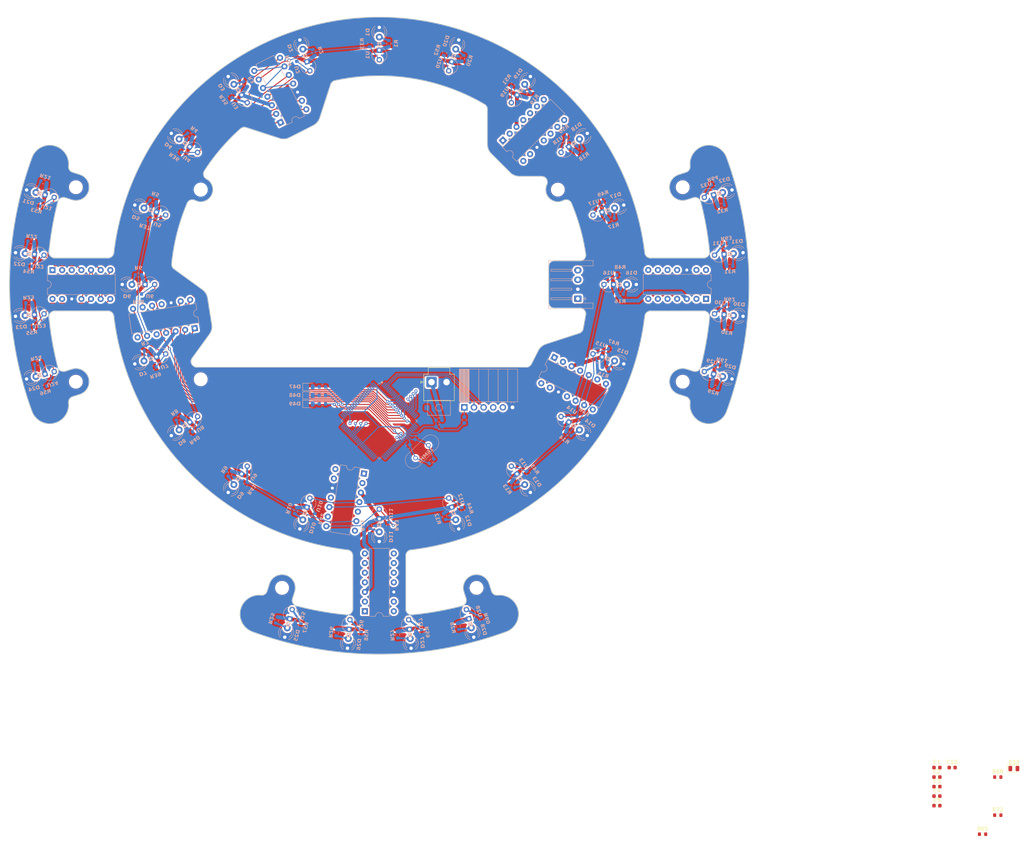
<source format=kicad_pcb>
(kicad_pcb (version 20240108) (generator "pcbnew") (generator_version "8.0")
  (layers (0 "F.Cu" signal) (31 "B.Cu" signal) (34 "B.Paste" user) (35 "F.Paste" user) (36 "B.SilkS" user "B.Silkscreen") (37 "F.SilkS" user "F.Silkscreen") (38 "B.Mask" user) (39 "F.Mask" user) (44 "Edge.Cuts" user))
  (net 0 "")
  (net 1 "+5V")
  (net 2 "GND")
  (net 3 "RESET")
  (net 5 "Net-(U33-AREF)")
  (net 6 "Net-(D1-A)")
  (net 7 "Net-(D2-A)")
  (net 8 "Net-(D3-A)")
  (net 9 "Net-(D4-A)")
  (net 10 "Net-(D5-A)")
  (net 11 "Net-(D6-A)")
  (net 12 "Net-(D7-A)")
  (net 13 "Net-(D8-A)")
  (net 14 "Net-(D9-A)")
  (net 15 "Net-(D10-A)")
  (net 16 "Net-(D11-A)")
  (net 17 "Net-(D12-A)")
  (net 18 "Net-(D13-A)")
  (net 19 "Net-(D14-A)")
  (net 20 "Net-(D15-A)")
  (net 21 "Net-(D16-A)")
  (net 22 "Net-(D17-A)")
  (net 23 "Net-(D18-A)")
  (net 24 "Net-(D19-A)")
  (net 25 "Net-(D20-A)")
  (net 26 "Net-(D21-A)")
  (net 27 "Net-(D22-A)")
  (net 28 "Net-(D23-A)")
  (net 29 "Net-(D24-A)")
  (net 30 "Net-(D25-A)")
  (net 31 "Net-(D26-A)")
  (net 32 "Net-(D27-A)")
  (net 33 "Net-(D28-A)")
  (net 34 "Net-(D29-A)")
  (net 35 "Net-(D30-A)")
  (net 36 "Net-(D31-A)")
  (net 37 "Net-(D32-A)")
  (net 38 "Net-(D33-A)")
  (net 39 "Net-(D34-A)")
  (net 40 "Net-(D35-A)")
  (net 41 "Net-(D36-A)")
  (net 42 "Line-MD-Main=RX_5V")
  (net 43 "Net-(U33-XTAL1)")
  (net 44 "Net-(U33-XTAL2)")
  (net 45 "Net-(J3-Pin_1)")
  (net 46 "LineThreshold")
  (net 47 "Line01")
  (net 48 "Line02")
  (net 49 "Raw2")
  (net 50 "TX-USB")
  (net 51 "Raw1")
  (net 52 "Line04")
  (net 53 "Line-MD-Main=TX_5V")
  (net 54 "Line03")
  (net 55 "Raw3")
  (net 56 "Raw4")
  (net 57 "Line05")
  (net 58 "Raw7")
  (net 59 "Line06")
  (net 60 "Raw6")
  (net 61 "RX-USB")
  (net 62 "Raw8")
  (net 63 "Line07")
  (net 64 "Raw5")
  (net 65 "Line08")
  (net 66 "Line09")
  (net 67 "Line11")
  (net 68 "Raw12")
  (net 69 "Raw11")
  (net 70 "Line10")
  (net 71 "Raw10")
  (net 72 "Raw9")
  (net 73 "Line12")
  (net 74 "Line14")
  (net 75 "Raw14")
  (net 76 "Raw16")
  (net 77 "Line13")
  (net 78 "Line15")
  (net 79 "Raw13")
  (net 80 "Line16")
  (net 81 "Raw15")
  (net 82 "Line19")
  (net 83 "Raw18")
  (net 84 "Raw17")
  (net 85 "Line18")
  (net 86 "Raw19")
  (net 87 "Raw20")
  (net 88 "Line20")
  (net 89 "Line17")
  (net 90 "Raw24")
  (net 91 "Raw22")
  (net 92 "Raw21")
  (net 93 "Line23")
  (net 94 "Line21")
  (net 95 "Line22")
  (net 96 "Line24")
  (net 97 "Raw23")
  (net 98 "Raw27")
  (net 99 "Raw25")
  (net 100 "Line27")
  (net 101 "Line25")
  (net 102 "Raw28")
  (net 103 "Line26")
  (net 104 "Raw26")
  (net 105 "Line28")
  (net 106 "Line31")
  (net 107 "Line32")
  (net 108 "Line30")
  (net 109 "Raw30")
  (net 110 "Line29")
  (net 111 "Raw31")
  (net 112 "Raw29")
  (net 113 "Raw32")
  (net 115 "Net-(U33-PL2{slash}D47)")
  (net 116 "Net-(U33-PL1{slash}D48)")
  (net 117 "Net-(U33-PL0{slash}D49)")
  (net 118 "Net-(U33-PE3{slash}D5)")
  (footprint "Capacitor_SMD:C_0603_1608Metric" (layer "F.Cu") (at 147.022842 134.894932)
    (property "Reference" "C4")
    (property "Value" "0.1uF")
  )
  (footprint "MountingHole:MountingHole_3.2mm_M3" (layer "F.Cu") (at -79.991506 -25.637999)
    (property "Reference" "REF**" (hide yes))
    (property "Value" "MountingHole_3.2mm_M3")
  )
  (footprint "MountingHole:MountingHole_3.2mm_M3" (layer "F.Cu") (at 79.992201 25.637861)
    (property "Reference" "REF**" (hide yes))
    (property "Value" "MountingHole_3.2mm_M3")
  )
  (footprint "MountingHole:MountingHole_3.2mm_M3" (layer "F.Cu") (at -47.072893 24.999931)
    (property "Reference" "REF**" (hide yes))
    (property "Value" "MountingHole_3.2mm_M3")
  )
  (footprint "Resistor_SMD:R_0603_1608Metric" (layer "F.Cu") (at 163.062842 139.914932)
    (property "Reference" "R72")
    (property "Value" "LPF")
  )
  (footprint "Capacitor_SMD:C_0603_1608Metric" (layer "F.Cu") (at 151.032842 127.364932)
    (property "Reference" "C10")
    (property "Value" "LPF")
  )
  (footprint "MountingHole:MountingHole_3.2mm_M3" (layer "F.Cu") (at 47.073552 -25.000008)
    (property "Reference" "REF**" (hide yes))
    (property "Value" "MountingHole_3.2mm_M3")
  )
  (footprint "Resistor_SMD:R_0603_1608Metric" (layer "F.Cu") (at 159.052843 144.934932)
    (property "Reference" "R65")
    (property "Value" "330")
  )
  (footprint "Capacitor_SMD:C_0603_1608Metric" (layer "F.Cu") (at 147.022841 132.384932)
    (property "Reference" "C3")
    (property "Value" "0.1uF")
  )
  (footprint "MountingHole:MountingHole_3.2mm_M3" (layer "F.Cu") (at -80.007797 25.637861)
    (property "Reference" "REF**" (hide yes))
    (property "Value" "MountingHole_3.2mm_M3")
  )
  (footprint "Capacitor_SMD:C_0603_1608Metric" (layer "F.Cu") (at 147.022841 129.874932)
    (property "Reference" "C2")
    (property "Value" "10uF")
  )
  (footprint "LED_SMD:LED_0805_2012Metric" (layer "F.Cu") (at 167.312842 127.629932)
    (property "Reference" "D33")
    (property "Value" "POWER")
  )
  (footprint "MountingHole:MountingHole_3.2mm_M3" (layer "F.Cu") (at -47.072894 -25.000068)
    (property "Reference" "REF**" (hide yes))
    (property "Value" "MountingHole_3.2mm_M3")
  )
  (footprint "@2024TOINIOT2-Line:JST_VH_B2P-VH-B_1x02_P3.96mm_Vertical" (layer "F.Cu") (at 15.751203 25.749782)
    (property "Reference" "J1" (hide yes))
    (property "Value" "Conn_01x02_Pin")
  )
  (footprint "Capacitor_SMD:C_0603_1608Metric" (layer "F.Cu") (at 147.022841 127.364932)
    (property "Reference" "C1")
    (property "Value" "100uF")
  )
  (footprint "Resistor_SMD:R_0603_1608Metric" (layer "F.Cu") (at 163.062843 129.874932)
    (property "Reference" "R68")
    (property "Value" "10K")
  )
  (footprint "Capacitor_SMD:C_0603_1608Metric" (layer "F.Cu") (at 147.022842 137.404932)
    (property "Reference" "C5")
    (property "Value" "0.1uF")
  )
  (footprint "MountingHole:MountingHole_3.2mm_M3" (layer "F.Cu") (at 79.992193 -25.637998)
    (property "Reference" "REF**" (hide yes))
    (property "Value" "MountingHole_3.2mm_M3")
  )
  (footprint "MountingHole:MountingHole_3.2mm_M3" (layer "F.Cu") (at -25.637582 79.991784)
    (property "Reference" "REF**" (hide yes))
    (property "Value" "MountingHole_3.2mm_M3")
  )
  (footprint "MountingHole:MountingHole_3.2mm_M3" (layer "F.Cu") (at 25.638278 79.991784)
    (property "Reference" "REF**" (hide yes))
    (property "Value" "MountingHole_3.2mm_M3")
  )
  (footprint "Resistor_SMD:R_0603_1608Metric" (layer "B.Cu") (at 92.261098 5.328192 -3)
    (property "Reference" "R62")
    (property "Value" "Line-Pulldown")
  )
  (footprint "@2024TOINIOT2-Line:NJL7502L" (layer "B.Cu") (at 57.53947 18.69542 -18)
    (property "Reference" "U15")
    (property "Value" "~")
  )
  (footprint "Resistor_SMD:R_0603_1608Metric" (layer "B.Cu") (at -49.902563 39.346796 -144)
    (property "Reference" "R40")
    (property "Value" "Line-Pulldown")
  )
  (footprint "@2024TOINIOT2-Line:NJL7502L" (layer "B.Cu") (at -18.694974 57.53881 -108)
    (property "Reference" "U10")
    (property "Value" "~")
  )
  (footprint "@2024TOINIOT2-Line:LM339" (layer "B.Cu") (at -56.791526 8.994874 99)
    (property "Reference" "Comp2" (hide yes))
    (property "Value" "~")
  )
  (footprint "Resistor_SMD:R_0603_1608Metric" (layer "B.Cu") (at -4.840732 92.373164 -93)
    (property "Reference" "R58")
    (property "Value" "Line-Pulldown")
  )
  (footprint "Resistor_SMD:R_0603_1608Metric" (layer "B.Cu") (at 63.500554 2.499891 180)
    (property "Reference" "R16")
    (property "Value" "75")
  )
  (footprint "@2024TOINIOT2-Line:NJL7502L" (layer "B.Cu") (at -86.932983 23.293646 -165)
    (property "Reference" "U24")
    (property "Value" "~")
  )
  (footprint "@2024TOINIOT2-Line:NJL7502L" (layer "B.Cu") (at 18.69608 -57.539027 72)
    (property "Reference" "U20")
    (property "Value" "~")
  )
  (footprint "Resistor_SMD:R_0603_1608Metric" (layer "B.Cu") (at -90.128888 20.807905 13)
    (property "Reference" "R24")
    (property "Value" "75")
  )
  (footprint "@2024TOINIOT2-Line:NJL7502L" (layer "B.Cu") (at 48.946081 35.560898 -36)
    (property "Reference" "U14")
    (property "Value" "~")
  )
  (footprint "@2024TOINIOT2-Line:NJL7502L" (layer "B.Cu") (at -89.657181 7.843949 -175)
    (property "Reference" "U23")
    (property "Value" "~")
  )
  (footprint "Resistor_SMD:R_0603_1608Metric" (layer "B.Cu") (at -59.618994 22.000111 -162)
    (property "Reference" "R39")
    (property "Value" "Line-Pulldown")
  )
  (footprint "Resistor_SMD:R_0603_1608Metric" (layer "B.Cu") (at -52.841489 35.301712 36)
    (property "Reference" "R8")
    (property "Value" "75")
  )
  (footprint "Connector_PinSocket_2.54mm:PinSocket_1x06_P2.54mm_Horizontal" (layer "B.Cu") (at 22.425184 32.399904 -90)
    (property "Reference" "J3" (hide yes))
    (property "Value" "Conn_01x06_Pin")
  )
  (footprint "Capacitor_SMD:C_0603_1608Metric" (layer "B.Cu") (at 22.425184 35.749903 -90)
    (property "Reference" "C8" (hide yes))
    (property "Value" "0.1uF")
  )
  (footprint "Resistor_SMD:R_0603_1608Metric" (layer "B.Cu") (at -11.272573 91.81045 83)
    (property "Reference" "R26")
    (property "Value" "75")
  )
  (footprint "@2024TOINIOT2-Line:LED-3mm" (layer "B.Cu") (at -53.799077 39.08761 36)
    (property "Reference" "D8")
    (property "Value" "LED_Small")
  )
  (footprint "LED_SMD:LED_0805_2012Metric" (layer "B.Cu") (at -18.499817 31.499903)
    (property "Reference" "D36" (hide yes))
    (property "Value" "LED1")
  )
  (footprint "Resistor_SMD:R_0603_1608Metric" (layer "B.Cu") (at 59.620099 -22.000328 18)
    (property "Reference" "R49")
    (property "Value" "Line-Pulldown")
  )
  (footprint "Resistor_SMD:R_0603_1608Metric" (layer "B.Cu") (at 15.750184 35.749903 180)
    (property "Reference" "R71" (hide yes))
    (property "Value" "10K")
  )
  (footprint "Resistor_SMD:R_0603_1608Metric" (layer "B.Cu") (at -91.810177 11.272846 -173)
    (property "Reference" "R55")
    (property "Value" "Line-Pulldown")
  )
  (footprint "@2024TOINIOT2-Line:LED-3mm" (layer "B.Cu") (at -66.499448 -0.000108)
    (property "Reference" "D6")
    (property "Value" "LED_Small")
  )
  (footprint "@2024TOINIOT2-Line:LM339" (layer "B.Cu") (at -26.103901 -51.232984 27)
    (property "Reference" "Comp1" (hide yes))
    (property "Value" "~")
  )
  (footprint "@2024TOINIOT2-Line:NJL7502L" (layer "B.Cu") (at -57.538366 -18.695637 162)
    (property "Reference" "U5")
    (property "Value" "~")
  )
  (footprint "@2024TOINIOT2-Line:AL4BT" (layer "B.Cu") (at 11.253041 44.069639 -135)
    (property "Reference" "Y1" (hide yes))
    (property "Value" "16MHz")
  )
  (footprint "Resistor_SMD:R_0603_1608Metric" (layer "B.Cu") (at 61.165181 17.24483 -18)
    (property "Reference" "R47")
    (property "Value" "Line-Pulldown")
  )
  (footprint "@2024TOINIOT2-Line:LED-3mm" (layer "B.Cu") (at -20.549079 -63.245367 -72)
    (property "Reference" "D2")
    (property "Value" "LED_Small")
  )
  (footprint "Resistor_SMD:R_0603_1608Metric" (layer "B.Cu") (at 4.841417 92.373163 93)
    (property "Reference" "R27")
    (property "Value" "75")
  )
  (footprint "Resistor_SMD:R_0603_1608Metric" (layer "B.Cu") (at 91.698385 -10.785797 7)
    (property "Reference" "R63")
    (property "Value" "Line-Pulldown")
  )
  (footprint "Resistor_SMD:R_0603_1608Metric" (layer "B.Cu") (at 35.302373 52.841933 126)
    (property "Reference" "R13")
    (property "Value" "75")
  )
  (footprint "Resistor_SMD:R_0603_1608Metric" (layer "B.Cu") (at -39.346353 -49.903224 126)
    (property "Reference" "R35")
    (property "Value" "Line-Pulldown")
  )
  (footprint "@2024TOINIOT2-Line:LED-3mm" (layer "B.Cu") (at 63.245811 20.549522 162)
    (property "Reference" "D15")
    (property "Value" "LED_Small")
  )
  (footprint "@2024TOINIOT2-Line:NJL7502L" (layer "B.Cu") (at 60.500553 -0.000109)
    (property "Reference" "U16")
    (property "Value" "~")
  )
  (footprint "@2024TOINIOT2-Line:LM339" (layer "B.Cu") (at 78.533893 -0.000069 90)
    (property "Reference" "Comp8" (hide yes))
    (property "Value" "~")
  )
  (footprint "Resistor_SMD:R_0603_1608Metric" (layer "B.Cu") (at -63.499448 -2.500109)
    (property "Reference" "R6")
    (property "Value" "75")
  )
  (footprint "@2024TOINIOT2-Line:LED-3mm" (layer "B.Cu") (at -94.638153 8.279728 5)
    (property "Reference" "D23")
    (property "Value" "LED_Small")
  )
  (footprint "Resistor_SMD:R_0603_1608Metric" (layer "B.Cu") (at 49.903667 -39.347014 36)
    (property "Reference" "R50")
    (property "Value" "Line-Pulldown")
  )
  (footprint "Capacitor_SMD:C_0603_1608Metric" (layer "B.Cu") (at 10.003041 40.319639 -135)
    (property "Reference" "C7" (hide yes))
    (property "Value" "22pF")
  )
  (footprint "@2024TOINIOT2-Line:NJL7502L" (layer "B.Cu") (at 0.000552 -60.500108 90)
    (property "Reference" "U1")
    (property "Value" "~")
  )
  (footprint "@2024TOINIOT2-Line:LED-3mm" (layer "B.Cu") (at 91.763295 24.587741 165)
    (property "Reference" "D29")
    (property "Value" "LED_Small")
  )
  (footprint "Resistor_SMD:R_0603_1608Metric" (layer "B.Cu") (at 2.500552 -63.500109 -90)
    (property "Reference" "R1")
    (property "Value" "75")
  )
  (footprint "Resistor_SMD:R_0603_1608Metric" (layer "B.Cu") (at -52.841489 -35.30193 144)
    (property "Reference" "R36")
    (property "Value" "Line-Pulldown")
  )
  (footprint "@2024TOINIOT2-Line:NJL7502L" (layer "B.Cu") (at 86.933666 -23.293781 15)
    (property "Reference" "U32")
    (property "Value" "~")
  )
  (footprint "Resistor_SMD:R_0603_1608Metric" (layer "B.Cu") (at -88.457847 27.044316 -163)
    (property "Reference" "R56")
    (property "Value" "Line-Pulldown")
  )
  (footprint "@2024TOINIOT2-Line:LM339" (layer "B.Cu") (at 40.659192 -40.658748 -45)
    (property "Reference" "Comp5" (hide yes))
    (property "Value" "~")
  )
  (footprint "Resistor_SMD:R_0603_1608Metric" (layer "B.Cu") (at -20.80763 90.129163 -103)
    (property "Reference" "R57")
    (property "Value" "Line-Pulldown")
  )
  (footprint "Resistor_SMD:R_0603_1608Metric" (layer "B.Cu") (at 59.620099 22.000111 162)
    (property "Reference" "R15")
    (property "Value" "75")
  )
  (footprint "@2024TOINIOT2-Line:NJL7502L" (layer "B.Cu") (at -7.843673 89.657457 -95)
    (property "Reference" "U26")
    (property "Value" "~")
  )
  (footprint "Resistor_SMD:R_0603_1608Metric" (layer "B.Cu") (at 2.500552 63.499892 -90)
    (property "Reference" "R43")
    (property "Value" "Line-Pulldown")
  )
  (footprint "Resistor_SMD:R_0603_1608Metric" (layer "B.Cu") (at -90.128888 -20.808041 167)
    (property "Reference" "R53")
    (property "Value" "Line-Pulldown")
  )
  (footprint "@2024TOINIOT2-Line:LED-3mm" (layer "B.Cu") (at -8.279452 94.638428 85)
    (property "Reference" "D26")
    (property "Value" "LED_Small")
  )
  (footprint "Resistor_SMD:R_0603_1608Metric" (layer "B.Cu") (at 22.000772 -59.619655 -108)
    (property "Reference" "R20")
    (property "Value" "75")
  )
  (footprint "Resistor_SMD:R_0603_1608Metric" (layer "B.Cu") (at 20.808315 90.129162 103)
    (property "Reference" "R28")
    (property "Value" "75")
  )
  (footprint "@2024TOINIOT2-Line:LED-3mm" (layer "B.Cu") (at -20.549077 63.245149 72)
    (property "Reference" "D10")
    (property "Value" "LED_Small")
  )
  (footprint "Resistor_SMD:R_0603_1608Metric" (layer "B.Cu") (at 35.302373 -52.84215 54)
    (property "Reference" "R51")
    (property "Value" "Line-Pulldown")
  )
  (footprint "@2024TOINIOT2-Line:LED-3mm" (layer "B.Cu") (at -91.762612 24.587741 15)
    (property "Reference" "D24")
    (property "Value" "LED_Small")
  )
  (footprint "Connector_JST:JST_XH_S4B-XH-A-1_1x04_P2.50mm_Horizontal" (layer "B.Cu") (at 52.350552 3.749891 90)
    (property "Reference" "J2" (hide yes))
    (property "Value" "Conn_01x04_Pin")
  )
  (footprint "@2024TOINIOT2-Line:LED-3mm" (layer "B.Cu") (at 39.08827 53.799521 126)
    (property "Reference" "D13")
    (property "Value" "LED_Small")
  )
  (footprint "@2024TOINIOT2-Line:NJL7502L" (layer "B.Cu") (at 86.933666 23.293646 -15)
    (property "Reference" "U29")
    (property "Value" "~")
  )
  (footprint "@2024TOINIOT2-Line:NJL7502L" (layer "B.Cu") (at -89.657181 -7.844085 175)
    (property "Reference" "U22")
    (property "Value" "~")
  )
  (footprint "@2024TOINIOT2-Line:NJL7502L" (layer "B.Cu") (at -86.932982 -23.293782 165)
    (property "Reference" "U21")
    (property "Value" "~")
  )
  (footprint "@2024TOINIOT2-Line:LED-3mm" (layer "B.Cu") (at -91.762611 -24.587877 -15)
    (property "Reference" "D21")
    (property "Value" "LED_Small")
  )
  (footprint "Resistor_SMD:R_0603_1608Metric" (layer "B.Cu") (at -39.346354 49.903007 54)
    (property "Reference" "R9")
    (property "Value" "75")
  )
  (footprint "@2024TOINIOT2-Line:LM339" (layer "B.Cu") (at -8.994431 56.79197 171)
    (property "Reference" "Comp3" (hide yes))
    (property "Value" "~")
  )
  (footprint "Resistor_SMD:R_0603_1608Metric" (layer "B.Cu") (at -17.244385 -61.164739 -72)
    (property "Reference" "R2")
    (property "Value" "75")
  )
  (footprint "@2024TOINIOT2-Line:LED-3mm" (layer "B.Cu") (at 94.638838 -8.279863 -175)
    (property "Reference" "D31")
    (property "Value" "LED_Small")
  )
  (footprint "@2024TOINIOT2-Line:LED-3mm" (layer "B.Cu") (at -63.244707 -20.549739 -18)
    (property "Reference" "D5")
    (property "Value" "LED_Small")
  )
  (footprint "Resistor_SMD:R_0603_1608Metric" (layer "B.Cu") (at -14.999816 26.999903)
    (property "Reference" "R67" (hide yes))
    (property "Value" "330")
  )
  (footprint "@2024TOINIOT2-Line:NJL7502L" (layer "B.Cu") (at -48.944977 35.560898 -144)
    (property "Reference" "U8")
    (property "Value" "~")
  )
  (footprint "@2024TOINIOT2-Line:LED-3mm" (layer "B.Cu") (at -94.638155 -8.279864 -5)
    (property "Reference" "D22")
    (property "Value" "LED_Small")
  )
  (footprint "LED_SMD:LED_0805_2012Metric" (layer "B.Cu") (at -18.499817 29.249903)
    (property "Reference" "D35" (hide yes))
    (property "Value" "LED2")
  )
  (footprint "@2024TOINIOT2-Line:LED-3mm" (layer "B.Cu") (at -63.244706 20.549522 18)
    (property "Reference" "D7")
    (property "Value" "LED_Small")
  )
  (footprint "@2024TOINIOT2-Line:LED-3mm" (layer "B.Cu") (at 53.800181 -39.087828 -144)
    (property "Reference" "D18")
    (property "Value" "LED_Small")
  )
  (footprint "@2024TOINIOT2-Line:LED-3mm" (layer "B.Cu") (at 66.500552 -0.000109 180)
    (property "Reference" "D16")
    (property "Value" "LED_Small")
  )
  (footprint "@2024TOINIOT2-Line:LED-3mm" (layer "B.Cu") (at 20.550183 -63.245367 -108)
    (property "Reference" "D20")
    (property "Value" "LED_Small")
  )
  (footprint "Resistor_SMD:R_0603_1608Metric" (layer "B.Cu") (at -27.044041 88.458122 73)
    (property "Reference" "R25")
    (property "Value" "75")
  )
  (footprint "@2024TOINIOT2-Line:NJL7502L" (layer "B.Cu") (at -35.560454 48.94542 -126)
    (property "Reference" "U9")
    (property "Value" "~")
  )
  (footprint "LED_SMD:LED_0805_2012Metric" (layer "B.Cu") (at -18.499816 26.999904)
    (property "Reference" "D34" (hide yes))
    (property "Value" "LED3")
  )
  (footprint "@2024TOINIOT2-Line:NJL7502L" (layer "B.Cu") (at -60.499447 -0.000109 180)
    (property "Reference" "U6")
    (property "Value" "~")
  )
  (footprint "Resistor_SMD:R_0603_1608Metric" (layer "B.Cu") (at -2.499448 -63.500109 90)
    (property "Reference" "R33")
    (property "Value" "Line-Pulldown")
  )
  (footprint "Resistor_SMD:R_0603_1608Metric" (layer "B.Cu") (at -91.810178 -11.272983 -7)
    (property "Reference" "R22")
    (property "Value" "75")
  )
  (footprint "@2024TOINIOT2-Line:LED-3mm" (layer "B.Cu") (at 53.800181 39.08761 144)
    (property "Reference" "D14")
    (property "Value" "LED_Small")
  )
  (footprint "@2024TOINIOT2-Line:LED-3mm" (layer "B.Cu") (at -39.087166 53.799521 54)
    (property "Reference" "D9")
    (property "Value" "LED_Small")
  )
  (footprint "@2024TOINIOT2-Line:NJL7502L" (layer "B.Cu") (at -48.944976 -35.561115 144)
    (property "Reference" "U4")
    (property "Value" "~")
  )
  (footprint "Resistor_SMD:R_0603_1608Metric" (layer "B.Cu") (at 52.842595 35.301712 -36)
    (property "Reference" "R46")
    (property "Value" "Line-Pulldown")
  )
  (footprint "@2024TOINIOT2-Line:LED-3mm" (layer "B.Cu") (at 8.28014 94.638431 95)
    (property "Reference" "D27")
    (property "Value" "LED_Small")
  )
  (footprint "@2024TOINIOT2-Line:LED-3mm" (layer "B.Cu") (at 91.763295 -24.587875 -165)
    (property "Reference" "D32")
    (property "Value" "LED_Small")
  )
  (footprint "@2024TOINIOT2-Line:NJL7502L" (layer "B.Cu") (at -23.29337 86.933255 -105)
    (property "Reference" "U25")
    (property "Value" "~")
  )
  (footprint "Resistor_SMD:R_0603_1608Metric" (layer "B.Cu") (at 39.347457 -49.903224 -126)
    (property "Reference" "R19")
    (property "Value" "75")
  )
  (footprint "@2024TOINIOT2-Line:LED-3mm" (layer "B.Cu") (at 63.245812 -20.549739 -162)
    (property "Reference" "D17")
    (property "Value" "LED_Small")
  )
  (footprint "@2024TOINIOT2-Line:LED-3mm" (layer "B.Cu") (at 94.638838 8.279727 175)
    (property "Reference" "D30")
    (property "Value" "LED_Small")
  )
  (footprint "@2024TOINIOT2-Line:NJL7502L" (layer "B.Cu") (at 48.946081 -35.561115 36)
    (property "Reference" "U18")
    (property "Value" "~")
  )
  (footprint "Resistor_SMD:R_0603_1608Metric" (layer "B.Cu") (at 88.458533 27.044316 163)
    (property "Reference" "R29")
    (property "Value" "75")
  )
  (footprint "@2024TOINIOT2-Line:LED-3mm" (layer "B.Cu") (at 0.000552 -66.500108 -90)
    (property "Reference" "D1")
    (property "Value" "LED_Small")
  )
  (footprint "Resistor_SMD:R_0603_1608Metric" (layer "B.Cu") (at 11.273256 91.810452 -83)
    (property "Reference" "R59")
    (property "Value" "Line-Pulldown")
  )
  (footprint "Resistor_SMD:R_0603_1608Metric" (layer "B.Cu") (at 61.165181 -17.245048 -162)
    (property "Reference" "R17")
    (property "Value" "75")
  )
  (footprint "Capacitor_SMD:C_0603_1608Metric" (layer "B.Cu") (at 15.750185 37.499903)
    (property "Reference" "C9" (hide yes))
    (property "Value" "22pF")
  )
  (footprint "@2024TOINIOT2-Line:NJL7502L" (layer "B.Cu") (at 23.294058 86.933257 -75)
    (property "Reference" "U28")
    (property "Value" "~")
  )
  (footprint "@2024TOINIOT2-Line:NJL7502L" (layer "B.Cu") (at -57.538366 18.695419 -162)
    (property "Reference" "U7")
    (property "Value" "~")
  )
  (footprint "Resistor_SMD:R_0603_1608Metric" (layer "B.Cu") (at -14.999815 29.249903)
    (property "Reference" "R69" (hide yes))
    (property "Value" "330")
  )
  (footprint "Resistor_SMD:R_0603_1608Metric" (layer "B.Cu") (at -61.164077 -17.245047 162)
    (property "Reference" "R37")
    (property "Value" "Line-Pulldown")
  )
  (footprint "Resistor_SMD:R_0603_1608Metric" (layer "B.Cu") (at 22.000772 59.619438 -72)
    (property "Reference" "R44")
    (property "Value" "Line-Pulldown")
  )
  (footprint "Resistor_SMD:R_0603_1608Metric" (layer "B.Cu") (at -92.372891 4.841008 3)
    (property "Reference" "R23")
    (property "Value" "75")
  )
  (footprint "@2024TOINIOT2-Line:Tactile1" (layer "B.Cu") (at 15.750184 32.499903)
    (property "Reference" "SW1" (hide yes))
    (property "Value" "SW_Push")
  )
  (footprint "@2024TOINIOT2-Line:LM339" (layer "B.Cu") (at -78.537362 -0.000069 -90)
    (property "Reference" "Comp6" (hide yes))
    (property "Value" "~")
  )
  (footprint "Resistor_SMD:R_0603_1608Metric" (layer "B.Cu") (at 92.373574 -4.841144 -177)
    (property "Reference" "R31")
    (property "Value" "75")
  )
  (footprint "@2024TOINIOT2-Line:LED-3mm" (layer "B.Cu") (at -39.087166 -53.799737 -54)
    (property "Reference" "D3")
    (property "Value" "LED_Small")
  )
  (footprint "Resistor_SMD:R_0603_1608Metric" (layer "B.Cu") (at -14.999814 31.499904)
    (property "Reference" "R70" (hide yes))
    (property "Value" "330")
  )
  (footprint "Resistor_SMD:R_0603_1608Metric" (layer "B.Cu") (at -63.499448 2.499891 180)
    (property "Reference" "R38")
    (property "Value" "Line-Pulldown")
  )
  (footprint "Resistor_SMD:R_0603_1608Metric" (layer "B.Cu") (at -59.618994 -22.000328 -18)
    (property "Reference" "R5")
    (property "Value" "75")
  )
  (footprint "@2024TOINIOT2-Line:NJL7502L" (layer "B.Cu") (at 57.539472 -18.695637 18)
    (property "Reference" "U17")
    (property "Value" "~")
  )
  (footprint "@2024TOINIOT2-Line:LED-3mm" (layer "B.Cu") (at 20.550183 63.245149 108)
    (property "Reference" "D12")
    (property "Value" "LED_Small")
  )
  (footprint "Resistor_SMD:R_0603_1608Metric" (layer "B.Cu") (at 13.753041 46.56964 -135)
    (property "Reference" "R66" (hide yes))
    (property "Value" "1M")
  )
  (footprint "@2024TOINIOT2-Line:NJL7502L" (layer "B.Cu") (at 18.696081 57.53881 -72)
    (property "Reference" "U12")
    (property "Value" "~")
  )
  (footprint "Resistor_SMD:R_0603_1608Metric" (layer "B.Cu") (at -35.301269 -52.84215 -54)
    (property "Reference" "R3")
    (property "Value" "75")
  )
  (footprint "Resistor_SMD:R_0603_1608Metric" (layer "B.Cu") (at 63.500554 -2.500109)
    (property "Reference" "R48")
    (property "Value" "Line-Pulldown")
  )
  (footprint "@2024TOINIOT2-Line:NJL7502L" (layer "B.Cu") (at -18.694976 -57.539027 108)
    (property "Reference" "U2")
    (property "Value" "~")
  )
  (footprint "@2024TOINIOT2-Line:NJL7502L" (layer "B.Cu") (at 35.561558 -48.945637 54)
    (property "Reference" "U19")
    (property "Value" "~")
  )
  (footprint "@2024TOINIOT2-Line:NJL7502L" (layer "B.Cu") (at 7.84436 89.657455 -85)
    (property "Reference" "U27")
    (property "Value" "~")
  )
  (footprint "@2024TOINIOT2-Line:NJL7502L" (layer "B.Cu") (at 35.561559 48.94542 -54)
    (property "Reference" "U13")
    (property "Value" "~")
  )
  (footprint "@2024TOINIOT2-Line:LM339" (layer "B.Cu") (at 0.000342 78.537609)
    (property "Reference" "Comp7" (hide yes))
    (property "Value" "~")
  )
  (footprint "@2024TOINIOT2-Line:NJL7502L" (layer "B.Cu") (at 0.000552 60.499891 -90)
    (property "Reference" "U11")
    (property "Value" "~")
  )
  (footprint "Resistor_SMD:R_0603_1608Metric" (layer "B.Cu") (at 49.903669 39.346796 144)
    (property "Reference" "R14")
    (property "Value" "75")
  )
  (footprint "Resistor_SMD:R_0603_1608Metric" (layer "B.Cu") (at -17.244385 61.164521 -108)
    (property "Reference" "R42")
    (property "Value" "Line-Pulldown")
  )
  (footprint "Resistor_SMD:R_0603_1608Metric" (layer "B.Cu") (at -61.164077 17.244829 18)
    (property "Reference" "R7")
    (property "Value" "75")
  )
  (footprint "@2024TOINIOT2-Line:LED-3mm" (layer "B.Cu") (at -24.587467 91.762885 75)
    (property "Reference" "D25")
    (property "Value" "LED_Small")
  )
  (footprint "Package_QFP:TQFP-100_14x14mm_P0.5mm" (layer "B.Cu") (at 0.001202 35.999782 -135)
    (property "Reference" "U33" (hide yes))
    (property "Value" "ATmega2560-16A")
  )
  (footprint "Resistor_SMD:R_0603_1608Metric" (layer "B.Cu") (at -35.301269 52.841933 -126)
    (property "Reference" "R41")
    (property "Value" "Line-Pulldown")
  )
  (footprint "Resistor_SMD:R_0603_1608Metric" (layer "B.Cu") (at -2.499448 63.499892 90)
    (property "Reference" "R11")
    (property "Value" "75")
  )
  (footprint "@2024TOINIOT2-Line:LED-3mm" (layer "B.Cu") (at 0.000552 66.499891 90)
    (property "Reference" "D11")
    (property "Value" "LED_Small")
  )
  (footprint "@2024TOINIOT2-Line:NJL7502L" (layer "B.Cu") (at 89.657865 7.843949 -5)
    (property "Reference" "U30")
    (property "Value" "~")
  )
  (footprint "Resistor_SMD:R_0603_1608Metric" (layer "B.Cu") (at 91.81086 11.272846 173)
    (property "Reference" "R30")
    (property "Value" "75")
  )
  (footprint "@2024TOINIOT2-Line:LED-3mm" (layer "B.Cu") (at 24.588154 91.762885 105)
    (property "Reference" "D28")
    (property "Value" "LED_Small")
  )
  (footprint "@2024TOINIOT2-Line:LED-3mm" (layer "B.Cu") (at 39.088271 -53.799738 -126)
    (property "Reference" "D19")
    (property "Value" "LED_Small")
  )
  (footprint "@2024TOINIOT2-Line:LED-3mm" (layer "B.Cu") (at -53.799077 -39.087828 -36)
    (property "Reference" "D4")
    (property "Value" "LED_Small")
  )
  (footprint "Resistor_SMD:R_0603_1608Metric" (layer "B.Cu") (at -21.999667 -59.619655 108)
    (property "Reference" "R34")
    (property "Value" "Line-Pulldown")
  )
  (footprint "Resistor_SMD:R_0603_1608Metric" (layer "B.Cu") (at 88.346056 -26.557265 17)
    (property "Reference" "R64")
    (property "Value" "Line-Pulldown")
  )
  (footprint "@2024TOINIOT2-Line:NJL7502L" (layer "B.Cu") (at -35.560454 -48.945637 126)
    (property "Reference" "U3")
    (property "Value" "~")
  )
  (footprint "@2024TOINIOT2-Line:NJL7502L" (layer "B.Cu") (at 89.657866 -7.844083 5)
    (property "Reference" "U31")
    (property "Value" "~")
  )
  (footprint "Resistor_SMD:R_0603_1608Metric" (layer "B.Cu") (at -92.372891 -4.841145 177)
    (property "Reference" "R54")
    (property "Value" "Line-Pulldown")
  )
  (footprint "Resistor_SMD:R_0603_1608Metric" (layer "B.Cu") (at 39.347459 49.903007 -54)
    (property "Reference" "R45")
    (property "Value" "Line-Pulldown")
  )
  (footprint "@2024TOINIOT2-Line:LM339" (layer "B.Cu") (at 51.233428 26.104345 -117)
    (property "Reference" "Comp4" (hide yes))
    (property "Value" "~")
  )
  (footprint "Resistor_SMD:R_0603_1608Metric" (layer "B.Cu") (at -49.902563 -39.347014 -36)
    (property "Reference" "R4")
    (property "Value" "75")
  )
  (footprint "Resistor_SMD:R_0603_1608Metric" (layer "B.Cu") (at 52.842595 -35.30193 -144)
    (property "Reference" "R18")
    (property "Value" "75")
  )
  (footprint "Resistor_SMD:R_0603_1608Metric" (layer "B.Cu") (at 27.044726 88.458124 -73)
    (property "Reference" "R60")
    (property "Value" "Line-Pulldown")
  )
  (footprint "Capacitor_SMD:C_0603_1608Metric" (layer "B.Cu") (at 7.503039 42.819639 45)
    (property "Reference" "C6" (hide yes))
    (property "Value" "22pF")
  )
  (footprint "Resistor_SMD:R_0603_1608Metric" (layer "B.Cu") (at 90.129571 -20.808041 -167)
    (property "Reference" "R32")
    (property "Value" "75")
  )
  (footprint "Resistor_SMD:R_0603_1608Metric" (layer "B.Cu") (at -21.999667 59.619438 72)
    (property "Reference" "R10")
    (property "Value" "75")
  )
  (footprint "Resistor_SMD:R_0603_1608Metric" (layer "B.Cu") (at -88.457848 -27.044451 -17)
    (property "Reference" "R21")
    (property "Value" "75")
  )
  (footprint "Resistor_SMD:R_0603_1608Metric" (layer "B.Cu") (at 90.017097 21.29509 -13)
    (property "Reference" "R61")
    (property "Value" "Line-Pulldown")
  )
  (footprint "Resistor_SMD:R_0603_1608Metric" (layer "B.Cu") (at 17.245491 61.164521 108)
    (property "Reference" "R12")
    (property "Value" "75")
  )
  (footprint "Resistor_SMD:R_0603_1608Metric" (layer "B.Cu") (at 17.245491 -61.16474 72)
    (property "Reference" "R52")
    (property "Value" "Line-Pulldown")
  )
  (gr_arc (start -91.582966 -33.447739) (mid -85.749128 -36.601421) (end -81.915926 -31.189773) (stroke (width 0.2)) (layer "Edge.Cuts"))
  (gr_arc (start -78.923936 -28.97121) (mid -76.65851 -24.569752) (end -81.06043 -22.305223) (stroke (width 0.2)) (layer "Edge.Cuts"))
  (gr_arc (start -48.118095 21.799931) (mid -49.454604 20.980916) (end -49.331621 19.418253) (stroke (width 0.2)) (layer "Edge.Cuts"))
  (gr_arc (start 46.153647 6.249932) (mid 45.097255 5.8148) (end 44.653597 4.761956) (stroke (width 0.2)) (layer "Edge.Cuts"))
  (gr_arc (start 81.916619 -31.189772) (mid 85.749825 -36.601418) (end 91.583661 -33.447739) (stroke (width 0.2)) (layer "Edge.Cuts"))
  (gr_arc (start -8.647907 87.071497) (mid -15.276914 86.155927) (end -21.816562 84.736421) (stroke (width 0.2)) (layer "Edge.Cuts"))
  (gr_arc (start 31.190052 81.916204) (mid 30.213173 81.684922) (end 29.60089 80.889367) (stroke (width 0.2)) (layer "Edge.Cuts"))
  (gr_line (start 52.728929 12.830362) (end 43.944244 15.684679) (stroke (width 0.2)) (layer "Edge.Cuts"))
  (gr_arc (start 81.916619 -31.189772) (mid 81.685311 -30.212897) (end 80.889782 -29.600611) (stroke (width 0.2)) (layer "Edge.Cuts"))
  (gr_line (start -29.598028 80.882597) (end -28.970794 78.924216) (stroke (width 0.2)) (layer "Edge.Cuts"))
  (gr_line (start -6.999653 85.578841) (end -6.999652 71.496375) (stroke (width 0.2)) (layer "Edge.Cuts"))
  (gr_arc (start -81.06043 22.305086) (mid -76.65851 24.569616) (end -78.923938 28.971073) (stroke (width 0.2)) (layer "Edge.Cuts"))
  (gr_arc (start 48.574058 -22.173659) (mid 44.867327 -22.682233) (end 44.176678 -26.359448) (stroke (width 0.2)) (layer "Edge.Cuts"))
  (gr_arc (start 71.496848 -7.000069) (mid 70.500775 -7.378558) (end 70.007335 -8.322985) (stroke (width 0.2)) (layer "Edge.Cuts"))
  (gr_arc (start 91.583661 33.447601) (mid 85.749828 36.601284) (end 81.916621 31.189635) (stroke (width 0.2)) (layer "Edge.Cuts"))
  (gr_line (start -85.578563 -7.000069) (end -71.496161 -7.000069) (stroke (width 0.2)) (layer "Edge.Cuts"))
  (gr_line (start 22.871604 82.825744) (end 22.305502 81.060708) (stroke (width 0.2)) (layer "Edge.Cuts"))
  (gr_arc (start 31.190052 81.916204) (mid 36.601691 85.749407) (end 33.448018 91.583245) (stroke (width 0.2)) (layer "Edge.Cuts"))
  (gr_line (start 78.924631 -28.97121) (end 80.889782 -29.600611) (stroke (width 0.2)) (layer "Edge.Cuts"))
  (gr_line (start 46.153647 6.249932) (end 52.936048 6.249931) (stroke (width 0.2)) (layer "Edge.Cuts"))
  (gr_arc (start 91.583661 -33.447739) (mid 97.500347 -0.000069) (end 91.583661 33.447601) (stroke (width 0.2)) (layer "Edge.Cuts"))
  (gr_arc (start 41.907328 17.424319) (mid 42.752755 16.351899) (end 43.944244 15.684679) (stroke (width 0.2)) (layer "Edge.Cuts"))
  (gr_arc (start -29.598028 80.882597) (mid -30.209485 81.683004) (end -31.189357 81.916204) (stroke (width 0.2)) (layer "Edge.Cuts"))
  (gr_arc (start -44.145 10.53544) (mid -44.198615 11.900016) (end -44.770349 13.140203) (stroke (width 0.2)) (layer "Edge.Cuts"))
  (gr_arc (start 81.061125 -22.305223) (mid 76.659189 -24.569749) (end 78.924631 -28.97121) (stroke (width 0.2)) (layer "Edge.Cuts"))
  (gr_arc (start 40.095151 20.980914) (mid 39.542382 21.578862) (end 38.758641 21.799931) (stroke (width 0.2)) (layer "Edge.Cuts"))
  (gr_line (start -46.639705 1.337577) (end -54.117299 -4.095212) (stroke (width 0.2)) (layer "Edge.Cuts"))
  (gr_line (start -22.304807 81.060709) (end -22.87089 82.825686) (stroke (width 0.2)) (layer "Edge.Cuts"))
  (gr_line (start -71.496122 6.99993) (end -85.578563 6.999929) (stroke (width 0.2)) (layer "Edge.Cuts"))
  (gr_line (start 82.82616 -22.871326) (end 81.061125 -22.305223) (stroke (width 0.2)) (layer "Edge.Cuts"))
  (gr_arc (start 85.579248 6.999929) (mid 86.691164 7.492979) (end 87.071914 8.648187) (stroke (width 0.2)) (layer "Edge.Cuts"))
  (gr_arc (start 82.82616 -22.871326) (mid 84.008965 -22.756329) (end 84.736836 -21.816978) (stroke (width 0.2)) (layer "Edge.Cuts"))
  (gr_arc (start 27.753781 -47.484245) (mid 28.297884 -46.935746) (end 28.496869 -46.189222) (stroke (width 0.2)) (layer "Edge.Cuts"))
  (gr_arc (start 29.522002 -34.471522) (mid 28.763267 -35.606997) (end 28.496869 -36.946403) (stroke (width 0.2)) (layer "Edge.Cuts"))
  (gr_arc (start -6.999653 85.578841) (mid -7.492772 86.690681) (end -8.647907 87.071497) (stroke (width 0.2)) (layer "Edge.Cuts"))
  (gr_line (start -49.331621 19.418253) (end -44.770349 13.140203) (stroke (width 0.2)) (layer "Edge.Cuts"))
  (gr_line (start 36.946648 -28.496656) (end 42.818747 -28.496656) (stroke (width 0.2)) (layer "Edge.Cuts"))
  (gr_arc (start -80.882317 -29.598444) (mid -81.682726 -30.2099) (end -81.915926 -31.189773) (stroke (width 0.2)) (layer "Edge.Cuts"))
  (gr_line (start 38.758641 21.799931) (end -48.118095 21.799931) (stroke (width 0.2)) (layer "Edge.Cuts"))
  (gr_arc (start -36.583447 -41.068621) (mid -35.893665 -41.416616) (end -35.122185 -41.375153) (stroke (width 0.2)) (layer "Edge.Cuts"))
  (gr_arc (start -81.915926 31.189635) (mid -81.682726 30.209763) (end -80.882319 29.598308) (stroke (width 0.2)) (layer "Edge.Cuts"))
  (gr_arc (start -84.736143 -21.816978) (mid -84.008202 -22.756305) (end -82.825406 -22.871306) (stroke (width 0.2)) (layer "Edge.Cuts"))
  (gr_line (start 71.496848 -7.000069) (end 85.584444 -7.000069) (stroke (width 0.2)) (layer "Edge.Cuts"))
  (gr_arc (start -12.828287 -52.734457) (mid -12.408365 -53.382972) (end -11.721383 -53.736472) (stroke (width 0.2)) (layer "Edge.Cuts"))
  (gr_line (start -35.122185 -41.375153) (end -26.331768 -38.518975) (stroke (width 0.2)) (layer "Edge.Cuts"))
  (gr_arc (start 78.924631 28.971072) (mid 76.659211 24.569616) (end 81.061125 22.305085) (stroke (width 0.2)) (layer "Edge.Cuts"))
  (gr_line (start 80.882981 29.598296) (end 78.924631 28.971072) (stroke (width 0.2)) (layer "Edge.Cuts"))
  (gr_line (start -44.145 10.53544) (end -45.240043 3.621619) (stroke (width 0.2)) (layer "Edge.Cuts"))
  (gr_line (start -78.923938 28.971073) (end -80.882319 29.598308) (stroke (width 0.2)) (layer "Edge.Cuts"))
  (gr_line (start -82.825403 22.871168) (end -81.06043 22.305086) (stroke (width 0.2)) (layer "Edge.Cuts"))
  (gr_arc (start 54.420218 -7.967359) (mid 54.070875 -6.769279) (end 52.93604 -6.250069) (stroke (width 0.2)) (layer "Edge.Cuts"))
  (gr_arc (start 70.007313 8.322844) (mid 70.497611 7.381102) (end 71.48854 6.999929) (stroke (width 0.2)) (layer "Edge.Cuts"))
  (gr_arc (start 7.000347 71.496381) (mid 7.378826 70.500296) (end 8.323265 70.006876) (stroke (width 0.2)) (layer "Edge.Cuts"))
  (gr_line (start 29.522002 -34.471522) (end 34.477907 -29.515618) (stroke (width 0.2)) (layer "Edge.Cuts"))
  (gr_arc (start -87.071219 8.648185) (mid -86.690405 7.493049) (end -85.578563 6.99993) (stroke (width 0.2)) (layer "Edge.Cuts"))
  (gr_arc (start -11.721383 -53.736472) (mid 8.604211 -54.322933) (end 27.753781 -47.484245) (stroke (width 0.2)) (layer "Edge.Cuts"))
  (gr_line (start 41.907328 17.424319) (end 40.095151 20.980914) (stroke (width 0.2)) (layer "Edge.Cuts"))
  (gr_line (start -81.06043 -22.305223) (end -82.825406 -22.871306) (stroke (width 0.2)) (layer "Edge.Cuts"))
  (gr_arc (start -81.915926 31.189635) (mid -85.749128 36.601287) (end -91.582968 33.447602) (stroke (width 0.2)) (layer "Edge.Cuts"))
  (gr_arc (start 84.736836 -21.816978) (mid 86.156341 -15.27733) (end 87.071914 -8.648325) (stroke (width 0.2)) (layer "Edge.Cuts"))
  (gr_arc (start 44.653597 -4.750069) (mid 45.092927 -5.810742) (end 46.153596 -6.250069) (stroke (width 0.2)) (layer "Edge.Cuts"))
  (gr_arc (start 52.936048 6.249931) (mid 54.104365 6.809139) (end 54.401538 8.06984) (stroke (width 0.2)) (layer "Edge.Cuts"))
  (gr_arc (start -54.728216 -5.457577) (mid -53.292324 -13.597539) (end -50.652797 -21.430397) (stroke (width 0.2)) (layer "Edge.Cuts"))
  (gr_line (start 85.579248 6.999929) (end 71.48854 6.999929) (stroke (width 0.2)) (layer "Edge.Cuts"))
  (gr_arc (start -23.661243 -38.729148) (mid -24.975603 -38.358461) (end -26.331768 -38.518975) (stroke (width 0.2)) (layer "Edge.Cuts"))
  (gr_arc (start 87.071914 8.648187) (mid 86.156341 15.277193) (end 84.736836 21.816841) (stroke (width 0.2)) (layer "Edge.Cuts"))
  (gr_line (start -80.882317 -29.598444) (end -78.923936 -28.97121) (stroke (width 0.2)) (layer "Edge.Cuts"))
  (gr_line (start -15.684463 -43.944047) (end -12.828287 -52.734457) (stroke (width 0.2)) (layer "Edge.Cuts"))
  (gr_arc (start -87.071218 -8.648325) (mid -86.155646 -15.27733) (end -84.736143 -21.816978) (stroke (width 0.2)) (layer "Edge.Cuts"))
  (gr_line (start 28.971489 78.924214) (end 29.60089 80.889367) (stroke (width 0.2)) (layer "Edge.Cuts"))
  (gr_line (start 7.000347 71.496381) (end 7.000347 85.583729) (stroke (width 0.2)) (layer "Edge.Cuts"))
  (gr_line (start 54.401538 8.06984) (end 53.736771 11.721571) (stroke (width 0.2)) (layer "Edge.Cuts"))
  (gr_arc (start 36.946648 -28.496656) (mid 35.611273 -28.76142) (end 34.477907 -29.515618) (stroke (width 0.2)) (layer "Edge.Cuts"))
  (gr_line (start 48.574058 -22.173659) (end 48.568588 -22.170756) (stroke (width 0.2)) (layer "Edge.Cuts"))
  (gr_arc (start -45.565814 -27.822969) (mid -46.314498 -28.771962) (end -46.120176 -29.965006) (stroke (width 0.2)) (layer "Edge.Cuts"))
  (gr_arc (start -21.816562 84.736421) (mid -22.755887 84.008481) (end -22.87089 82.825686) (stroke (width 0.2)) (layer "Edge.Cuts"))
  (gr_arc (start -28.970794 78.924216) (mid -24.569337 76.65879) (end -22.304807 81.060709) (stroke (width 0.2)) (layer "Edge.Cuts"))
  (gr_arc (start -84.736142 21.816841) (mid -86.155642 15.277191) (end -87.071219 8.648185) (stroke (width 0.2)) (layer "Edge.Cuts"))
  (gr_arc (start 87.071914 -8.648325) (mid 86.69279 -7.495177) (end 85.584444 -7.000069) (stroke (width 0.2)) (layer "Edge.Cuts"))
  (gr_arc (start 8.648602 87.071498) (mid 7.49527 86.692327) (end 7.000347 85.583729) (stroke (width 0.2)) (layer "Edge.Cuts"))
  (gr_arc (start 80.882981 29.598296) (mid 81.683462 30.209718) (end 81.916621 31.189635) (stroke (width 0.2)) (layer "Edge.Cuts"))
  (gr_arc (start -91.582968 33.447602) (mid -97.499655 -0.000069) (end -91.582966 -33.447739) (stroke (width 0.2)) (layer "Edge.Cuts"))
  (gr_arc (start 70.007313 8.322844) (mid 49.851346 49.850919) (end 8.323265 70.006876) (stroke (width 0.2)) (layer "Edge.Cuts"))
  (gr_arc (start 33.448018 91.583245) (mid 0.000347 97.499931) (end -33.447324 91.583245) (stroke (width 0.2)) (layer "Edge.Cuts"))
  (gr_line (start 44.653597 -4.750069) (end 44.653597 4.761956) (stroke (width 0.2)) (layer "Edge.Cuts"))
  (gr_arc (start -8.32257 70.006865) (mid -49.850647 49.850916) (end -70.006609 8.322845) (stroke (width 0.2)) (layer "Edge.Cuts"))
  (gr_line (start 81.061125 22.305085) (end 82.830049 22.872436) (stroke (width 0.2)) (layer "Edge.Cuts"))
  (gr_line (start -45.572101 -27.826308) (end -45.565814 -27.822969) (stroke (width 0.2)) (layer "Edge.Cuts"))
  (gr_line (start 52.93604 -6.250069) (end 46.153596 -6.250069) (stroke (width 0.2)) (layer "Edge.Cuts"))
  (gr_arc (start -50.652797 -21.430397) (mid -49.773317 -22.259447) (end -48.567935 -22.170775) (stroke (width 0.2)) (layer "Edge.Cuts"))
  (gr_arc (start 21.817256 84.736421) (mid 15.277608 86.155927) (end 8.648602 87.071498) (stroke (width 0.2)) (layer "Edge.Cuts"))
  (gr_arc (start 84.736836 21.816841) (mid 84.010652 22.755081) (end 82.830049 22.872436) (stroke (width 0.2)) (layer "Edge.Cuts"))
  (gr_line (start -48.567935 -22.170775) (end -48.573632 -22.173802) (stroke (width 0.2)) (layer "Edge.Cuts"))
  (gr_arc (start -70.006651 -8.322986) (mid 0.000342 -70.500068) (end 70.007335 -8.322985) (stroke (width 0.2)) (layer "Edge.Cuts"))
  (gr_arc (start -82.825402 22.871166) (mid -84.008198 22.756165) (end -84.736142 21.816841) (stroke (width 0.2)) (layer "Edge.Cuts"))
  (gr_arc (start 48.568588 -22.170756) (mid 49.774017 -22.259481) (end 50.653492 -21.430397) (stroke (width 0.2)) (layer "Edge.Cuts"))
  (gr_arc (start -15.684463 -43.944047) (mid -16.351741 -42.752538) (end -17.424196 -41.907082) (stroke (width 0.2)) (layer "Edge.Cuts"))
  (gr_arc (start 22.871604 82.825744) (mid 22.756587 84.00852) (end 21.817256 84.736421) (stroke (width 0.2)) (layer "Edge.Cuts"))
  (gr_arc (start -8.32257 70.006865) (mid -7.378131 70.500289) (end -6.999652 71.496375) (stroke (width 0.2)) (layer "Edge.Cuts"))
  (gr_arc (start 42.818747 -28.496656) (mid 44.084812 -27.801091) (end 44.176678 -26.359448) (stroke (width 0.2)) (layer "Edge.Cuts"))
  (gr_line (start 28.496869 -46.189222) (end 28.496869 -36.946403) (stroke (width 0.2)) (layer "Edge.Cuts"))
  (gr_arc (start -45.572101 -27.826308) (mid -44.246638 -23.499302) (end -48.573632 -22.173802) (stroke (width 0.2)) (layer "Edge.Cuts"))
  (gr_arc (start -54.117299 -4.095212) (mid -54.604308 -4.694983) (end -54.728216 -5.457577) (stroke (width 0.2)) (layer "Edge.Cuts"))
  (gr_line (start -23.661243 -38.729148) (end -17.424196 -41.907082) (stroke (width 0.2)) (layer "Edge.Cuts"))
  (gr_arc (start 50.653492 -21.430397) (mid 52.966358 -14.819046) (end 54.420218 -7.967359) (stroke (width 0.2)) (layer "Edge.Cuts"))
  (gr_arc (start -46.639705 1.337577) (mid -45.712712 2.340393) (end -45.240043 3.621619) (stroke (width 0.2)) (layer "Edge.Cuts"))
  (gr_arc (start 53.736771 11.721571) (mid 53.381159 12.410774) (end 52.728929 12.830362) (stroke (width 0.2)) (layer "Edge.Cuts"))
  (gr_arc (start -71.496122 6.99993) (mid -70.500036 7.378407) (end -70.006609 8.322845) (stroke (width 0.2)) (layer "Edge.Cuts"))
  (gr_arc (start -70.006651 -8.322986) (mid -70.500074 -7.378546) (end -71.496161 -7.000069) (stroke (width 0.2)) (layer "Edge.Cuts"))
  (gr_arc (start -85.578563 -7.000069) (mid -86.690405 -7.493189) (end -87.071218 -8.648325) (stroke (width 0.2)) (layer "Edge.Cuts"))
  (gr_arc (start -46.120176 -29.965006) (mid -41.722828 -35.835474) (end -36.583447 -41.068621) (stroke (width 0.2)) (layer "Edge.Cuts"))
  (gr_arc (start 22.305502 81.060708) (mid 24.570029 76.658792) (end 28.971489 78.924214) (stroke (width 0.2)) (layer "Edge.Cuts"))
  (gr_arc (start -33.447324 91.583245) (mid -36.601004 85.749407) (end -31.189357 81.916204) (stroke (width 0.2)) (layer "Edge.Cuts"))
  (gr_text "16MHz" (at 12.25304 45.069639 45) (layer "B.SilkS") (effects (font (size 1 1) (thickness 0.125)) (justify mirror)))
  (gr_text "D49" (at -20.687317 31.499904 0) (layer "B.SilkS") (effects (font (size 1 1)) (justify left mirror)))
  (gr_text "D48" (at -20.687316 29.249904 0) (layer "B.SilkS") (effects (font (size 1 1)) (justify left mirror)))
  (gr_text "D47" (at -20.687316 26.999903 0) (layer "B.SilkS") (effects (font (size 1 1)) (justify left mirror)))
  (segment (start -23.62207 88.159982) (end -7.954362 90.922623) (width 1) (layer "F.Cu") (net 1))
  (segment (start 7.955047 90.922622) (end 23.62276 88.159985) (width 1) (layer "F.Cu") (net 1))
  (segment (start -90.92235 7.954637) (end -90.92235 7.07724) (width 1) (layer "F.Cu") (net 1))
  (segment (start -36.306943 -49.973088) (end -34.499659 -57.500069) (width 1) (layer "F.Cu") (net 1))
  (segment (start -49.999658 -36.334834) (end -49.972428 -36.307603) (width 1) (layer "F.Cu") (net 1))
  (segment (start 58.747314 -20.253098) (end 49.973533 -36.307603) (width 1) (layer "F.Cu") (net 1))
  (segment (start 36.308047 49.972871) (end 49.973531 36.307386) (width 1) (layer "F.Cu") (net 1))
  (segment (start -34.499659 -57.500069) (end -25.999657 -62.000069) (width 1) (layer "F.Cu") (net 1))
  (segment (start 58.747313 -19.088088) (end 61.770553 -0.000109) (width 1) (layer "F.Cu") (net 1))
  (segment (start -7.954362 90.922623) (end -6.576966 90.922623) (width 1) (layer "F.Cu") (net 1))
  (segment (start 50.500342 -44.500069) (end 49.973533 -36.307603) (width 1) (layer "F.Cu") (net 1))
  (segment (start -6.576966 90.922623) (end 7.955047 90.922622) (width 1) (layer "F.Cu") (net 1))
  (segment (start 58.747313 19.08787) (end 50.695436 21.565383) (width 1) (layer "F.Cu") (net 1))
  (segment (start -58.746207 -19.088087) (end -61.769447 -0.000107) (width 1) (layer "F.Cu") (net 1))
  (segment (start -88.15971 23.622346) (end -90.92235 7.954637) (width 1) (layer "F.Cu") (net 1))
  (segment (start -36.306942 49.972871) (end -19.087425 58.746652) (width 1) (layer "F.Cu") (net 1))
  (segment (start 57.500342 34.499931) (end 49.973531 36.307386) (width 1) (layer "F.Cu") (net 1))
  (segment (start 37.000342 -50.000069) (end 44.500343 -50.500069) (width 1) (layer "F.Cu") (net 1))
  (segment (start -65.499658 14.999931) (end -66.999658 5.499931) (width 1) (layer "F.Cu") (net 1))
  (segment (start 58.747313 19.08787) (end 59.000343 17.99993) (width 1) (layer "F.Cu") (net 1))
  (segment (start 58.747313 -19.088088) (end 58.747314 -20.253098) (width 1) (layer "F.Cu") (net 1))
  (segment (start 58.747313 19.08787) (end 62.000342 25.999931) (width 1) (layer "F.Cu") (net 1))
  (segment (start 62.000342 25.999931) (end 57.500342 34.499931) (width 1) (layer "F.Cu") (net 1))
  (segment (start -25.999657 -62.000069) (end -19.087426 -58.746869) (width 1) (layer "F.Cu") (net 1))
  (segment (start 36.176135 -41.549703) (end 36.308047 -49.973088) (width 1) (layer "F.Cu") (net 1))
  (segment (start -5.999657 66.999931) (end 0.000552 61.769892) (width 1) (layer "F.Cu") (net 1))
  (segment (start 0.000552 61.769892) (end -4.843871 54.877693) (width 1) (layer "F.Cu") (net 1))
  (segment (start 0.000553 -61.770108) (end -19.087426 -58.746869) (width 1) (layer "F.Cu") (net 1))
  (segment (start -19.087425 58.746652) (end -14.999657 65.499931) (width 1) (layer "F.Cu") (net 1))
  (segment (start 36.308047 -49.973088) (end 19.088531 -58.746869) (width 1) (layer "F.Cu") (net 1))
  (segment (start -90.92235 7.07724) (end -90.922348 -7.954773) (width 1) (layer "F.Cu") (net 1))
  (segment (start -58.746207 19.087869) (end -49.972427 36.307386) (width 1) (layer "F.Cu") (net 1))
  (segment (start 59.000343 17.99993) (end 61.770553 -0.000109) (width 1) (layer "F.Cu") (net 1))
  (segment (start 44.500343 -50.500069) (end 50.500342 -44.500069) (width 1) (layer "F.Cu") (net 1))
  (segment (start -66.999658 5.499931) (end -61.769447 -0.000107) (width 1) (layer "F.Cu") (net 1))
  (segment (start 90.923033 7.954637) (end 90.923034 -7.954772) (width 1) (layer "F.Cu") (net 1))
  (segment (start -58.746207 19.087869) (end -65.499658 14.999931) (width 1) (layer "F.Cu") (net 1))
  (segment (start -90.922348 -7.954773) (end -88.159709 -23.622482) (width 1) (layer "F.Cu") (net 1))
  (segment (start 90.923034 -7.954772) (end 88.160395 -23.622483) (width 1) (layer "F.Cu") (net 1))
  (segment (start 90.923033 7.954637) (end 88.160393 23.622346) (width 1) (layer "F.Cu") (net 1))
  (segment (start -49.972428 -36.307603) (end -58.746207 -19.088087) (width 1) (layer "F.Cu") (net 1))
  (segment (start -14.999657 65.499931) (end -5.999657 66.999931) (width 1) (layer "F.Cu") (net 1))
  (segment (start 19.088531 58.746652) (end 36.308047 49.972871) (width 1) (layer "F.Cu") (net 1))
  (segment (start 36.308047 -49.973088) (end 37.000342 -50.000069) (width 1) (layer "F.Cu") (net 1))
  (segment (start -49.972427 36.307386) (end -36.306942 49.972871) (width 1) (layer "F.Cu") (net 1))
  (segment (start -49.972428 -36.307603) (end -36.306943 -49.973088) (width 1) (layer "F.Cu") (net 1))
  (segment (start 19.088531 -58.746869) (end 0.000553 -61.770108) (width 1) (layer "F.Cu") (net 1))
  (segment (start 60.380562 -16.990108) (end 58.747313 -19.088087) (width 1) (layer "B.Cu") (net 1))
  (segment (start 2.577025 30.090324) (end -1.174363 26.338937) (width 0.25) (layer "B.Cu") (net 1))
  (segment (start 19.088531 -58.74687) (end 21.745833 -58.835032) (width 1) (layer "B.Cu") (net 1))
  (segment (start -0.604955 30.092678) (end -0.604955 26.908343) (width 0.25) (layer "B.Cu") (net 1))
  (segment (start 16.990551 60.3799) (end 19.088531 58.746652) (width 1) (layer "B.Cu") (net 1))
  (segment (start 89.325719 -20.622455) (end 88.160395 -23.622483) (width 1) (layer "B.Cu") (net 1))
  (segment (start -6.884033 33.551209) (end -7.312235 33.979411) (width 0.25) (layer "B.Cu") (net 1))
  (segment (start 3.789341 30.090324) (end 2.577025 30.090324) (width 0.25) (layer "B.Cu") (net 1))
  (segment (start 88.160393 23.622346) (end 87.669581 26.803108) (width 1) (layer "B.Cu") (net 1))
  (segment (start -49.972426 36.307386) (end -52.174051 34.81679) (width 1) (layer "B.Cu") (net 1))
  (segment (start 16.575184 35.749903) (end 13.771205 25.749782) (width 1) (layer "B.Cu") (net 1))
  (segment (start 6.466113 37.514945) (end -0.099749 37.514946) (width 0.25) (layer "B.Cu") (net 1))
  (segment (start -11.17203 90.9916) (end -7.954362 90.922623) (width 1) (layer "B.Cu") (net 1))
  (segment (start -7.640668 33.979411) (end -8.06887 33.551209) (width 0.25) (layer "B.Cu") (net 1))
  (segment (start 70.292573 2.299931) (end 79.573894 2.299931) (width 1) (layer "B.Cu") (net 1))
  (segment (start -36.306943 -49.973087) (end -34.816345 -52.174712) (width 1) (layer "B.Cu") (net 1))
  (segment (start -7.312235 33.979411) (end -7.640668 33.979411) (width 0.25) (layer "B.Cu") (net 1))
  (segment (start -58.746207 19.08787) (end -53.688347 12.350746) (width 1) (layer "B.Cu") (net 1))
  (segment (start 49.23623 38.861875) (end 49.973531 36.307386) (width 1) (layer "B.Cu") (net 1))
  (segment (start -3.799658 81.077609) (end -2.299658 79.577609) (width 1) (layer "B.Cu") (net 1))
  (segment (start -36.306941 -49.973088) (end -28.336591 -47.244663) (width 1) (layer "B.Cu") (net 1))
  (segment (start -58.746209 19.08787) (end -60.379456 16.98989) (width 1) (layer "B.Cu") (net 1))
  (segment (start 79.573894 2.299931) (end 81.073894 3.799931) (width 1) (layer "B.Cu") (net 1))
  (segment (start 91.549703 -4.797966) (end 90.923034 -7.954772) (width 1) (layer "B.Cu") (net 1))
  (segment (start -19.087425 -58.74687) (end -16.989447 -60.380117) (width 1) (layer "B.Cu") (net 1))
  (segment (start -88.15971 23.622346) (end -89.325034 20.62232) (width 1) (layer "B.Cu") (net 1))
  (segment (start 36.308047 -49.973087) (end 38.862534 -49.235786) (width 1) (layer "B.Cu") (net 1))
  (segment (start 63.950594 4.249932) (end 68.342572 4.249932) (width 1) (layer "B.Cu") (net 1))
  (segment (start -3.999658 63.999932) (end -2.499447 62.674892) (width 1) (layer "B.Cu") (net 1))
  (segment (start -36.306943 49.97287) (end -38.861429 49.235569) (width 1) (layer "B.Cu") (net 1))
  (segment (start 62.675552 2.499891) (end 61.770553 -0.000109) (width 1) (layer "B.Cu") (net 1))
  (segment (start -0.604955 26.908343) (end -1.174362 26.338936) (width 0.25) (layer "B.Cu") (net 1))
  (segment (start -4.709896 42.125094) (end -0.099749 37.514946) (width 0.25) (layer "B.Cu") (net 1))
  (segment (start 62.675554 2.499891) (end 63.950594 4.249932) (width 1) (layer "B.Cu") (net 1))
  (segment (start 58.747313 19.08787) (end 58.835475 21.745172) (width 1) (layer "B.Cu") (net 1))
  (segment (start -49.972426 -36.307604) (end -49.235125 -38.862091) (width 1) (layer "B.Cu") (net 1))
  (segment (start -8.06887 33.551209) (end -8.104225 33.551209) (width 0.25) (layer "B.Cu") (net 1))
  (segment (start 52.175156 -34.817007) (end 49.973531 -36.307604) (width 1) (layer "B.Cu") (net 1))
  (segment (start 4.358748 29.520917) (end 3.789341 30.090324) (width 0.25) (layer "B.Cu") (net 1))
  (segment (start -2.299658 79.577609) (end -2.299658 70.199932) (width 1) (layer "B.Cu") (net 1))
  (segment (start -90.922348 -7.954773) (end -90.991327 -11.172441) (width 1) (layer "B.Cu") (net 1))
  (segment (start -8.104225 33.551209) (end -8.245431 33.410003) (width 0.25) (layer "B.Cu") (net 1))
  (segment (start -61.769447 -0.000107) (end -62.674448 -2.500108) (width 1) (layer "B.Cu") (net 1))
  (segment (start 34.817449 52.174495) (end 36.308047 49.97287) (width 1) (layer "B.Cu") (net 1))
  (segment (start 7.894282 38.943114) (end 6.466113 37.514945) (width 0.25) (layer "B.Cu") (net 1))
  (segment (start -0.099749 37.514946) (end -4.063486 33.551209) (width 0.25) (layer "B.Cu") (net 1))
  (segment (start -2.499446 62.674891) (end 0.000552 61.769891) (width 1) (layer "B.Cu") (net 1))
  (segment (start -23.62207 88.159982) (end -26.802834 87.66917) (width 1) (layer "B.Cu") (net 1))
  (segment (start 20.62273 89.325309) (end 23.62276 88.159985) (width 1) (layer "B.Cu") (net 1))
  (segment (start -4.063486 33.551209) (end -6.884033 33.551209) (width 0.25) (layer "B.Cu") (net 1))
  (segment (start -3.999658 68.499932) (end -3.999658 63.999932) (width 1) (layer "B.Cu") (net 1))
  (segment (start 2.500552 -62.675109) (end 0.000553 -61.770108) (width 1) (layer "B.Cu") (net 1))
  (segment (start 0.000552 61.769892) (end 19.088531 58.746652) (width 1) (layer "B.Cu") (net 1))
  (segment (start -21.744727 58.834815) (end -19.087425 58.746652) (width 1) (layer "B.Cu") (net 1))
  (segment (start -2.299658 70.199932) (end -3.999658 68.499932) (width 1) (layer "B.Cu") (net 1))
  (segment (start -87.668897 -26.803244) (end -88.159709 -23.622482) (width 1) (layer "B.Cu") (net 1))
  (segment (start 68.342572 4.249932) (end 70.292573 2.299931) (width 1) (layer "B.Cu") (net 1))
  (segment (start 90.992011 11.172304) (end 90.923033 7.954637) (width 1) (layer "B.Cu") (net 1))
  (segment (start 4.798239 91.549295) (end 7.955047 90.922622) (width 1) (layer "B.Cu") (net 1))
  (segment (start -4.063486 33.551209) (end -0.604955 30.092678) (width 0.25) (layer "B.Cu") (net 1))
  (segment (start -58.746209 -19.088087) (end -58.834371 -21.74539) (width 1) (layer "B.Cu") (net 1))
  (segment (start -91.54902 4.79783) (end -90.92235 7.954637) (width 1) (layer "B.Cu") (net 1))
  (segment (start -1.527916 26.692489) (end -2.097325 26.123081) (width 0.25) (layer "B.Cu") (net 2))
  (segment (start -8.461286 32.487042) (end -8.891878 32.05645) (width 0.25) (layer "B.Cu") (net 2))
  (segment (start -7.891877 33.05645) (end -8.461286 32.487042) (width 0.25) (layer "B.Cu") (net 2))
  (segment (start 7.540728 39.296667) (end 8.110136 39.866075) (width 0.25) (layer "B.Cu") (net 2))
  (segment (start 4.712302 29.87447) (end 5.712302 28.874471) (width 0.25) (layer "B.Cu") (net 2))
  (segment (start 10.456605 39.866075) (end 10.551049 39.771631) (width 0.25) (layer "B.Cu") (net 2))
  (segment (start -5.632857 42.340949) (end -6.063449 42.771541) (width 0.25) (layer "B.Cu") (net 2))
  (segment (start -2.097325 26.123081) (end -2.527915 25.692489) (width 0.25) (layer "B.Cu") (net 2))
  (segment (start 8.110136 39.866075) (end 10.456605 39.866075) (width 0.25) (layer "B.Cu") (net 2))
  (segment (start -5.06345 41.771541) (end -5.632857 42.340949) (width 0.25) (layer "B.Cu") (net 2))
  (segment (start 14.925184 35.749903) (end 14.975184 37.499903) (width 0.25) (layer "B.Cu") (net 3))
  (segment (start 14.975184 37.499903) (end 15.775185 38.299903) (width 0.25) (layer "B.Cu") (net 3))
  (segment (start 8.817243 39.158968) (end 8.247836 38.589561) (width 0.25) (layer "B.Cu") (net 3))
  (segment (start 12.550184 32.499903) (end 14.925184 35.749903) (width 0.25) (layer "B.Cu") (net 3))
  (segment (start 10.032342 39.158968) (end 8.817243 39.158968) (width 0.25) (layer "B.Cu") (net 3))
  (segment (start 14.975184 37.499903) (end 11.691407 37.499903) (width 0.25) (layer "B.Cu") (net 3))
  (segment (start 11.691407 37.499903) (end 10.032342 39.158968) (width 0.25) (layer "B.Cu") (net 3))
  (segment (start 15.775185 38.299903) (end 20.650185 38.299904) (width 0.25) (layer "B.Cu") (net 3))
  (segment (start 20.650185 38.299904) (end 22.425184 36.524904) (width 0.25) (layer "B.Cu") (net 3))
  (segment (start 0.000552 -65.230108) (end 2.500552 -64.325109) (width 0.5) (layer "B.Cu") (net 6))
  (segment (start -17.499324 -61.949361) (end -20.156627 -62.037525) (width 0.5) (layer "B.Cu") (net 7))
  (segment (start -35.786191 -53.50959) (end -38.34068 -52.772288) (width 0.5) (layer "B.Cu") (net 8))
  (segment (start -50.570002 -39.831937) (end -52.771626 -38.34134) (width 0.5) (layer "B.Cu") (net 9))
  (segment (start -60.403617 -22.255268) (end -62.036864 -20.157288) (width 0.5) (layer "B.Cu") (net 10))
  (segment (start -64.324447 -2.500109) (end -65.229447 -0.000109) (width 0.5) (layer "B.Cu") (net 11))
  (segment (start -61.948699 17.499769) (end -62.036864 20.15707) (width 0.5) (layer "B.Cu") (net 12))
  (segment (start -53.508929 35.786635) (end -52.771626 38.341122) (width 0.5) (layer "B.Cu") (net 13))
  (segment (start -39.831275 50.570446) (end -38.340678 52.772071) (width 0.5) (layer "B.Cu") (net 14))
  (segment (start -22.254607 60.40406) (end -20.156627 62.037308) (width 0.5) (layer "B.Cu") (net 15))
  (segment (start -2.499448 64.324892) (end 0.000552 65.229891) (width 0.5) (layer "B.Cu") (net 16))
  (segment (start 17.50043 61.949143) (end 20.157731 62.037308) (width 0.5) (layer "B.Cu") (net 17))
  (segment (start 35.787296 53.509372) (end 38.341784 52.772071) (width 0.5) (layer "B.Cu") (net 18))
  (segment (start 50.571108 39.831719) (end 52.772732 38.341124) (width 0.5) (layer "B.Cu") (net 19))
  (segment (start 60.404721 22.25505) (end 62.03797 20.15707) (width 0.5) (layer "B.Cu") (net 20))
  (segment (start 64.325553 2.499891) (end 65.230552 -0.000109) (width 0.5) (layer "B.Cu") (net 21))
  (segment (start 61.949804 -17.499986) (end 62.03797 -20.157288) (width 0.5) (layer "B.Cu") (net 22))
  (segment (start 53.510035 -35.786853) (end 52.772732 -38.341339) (width 0.5) (layer "B.Cu") (net 23))
  (segment (start 39.832379 -50.570663) (end 38.341783 -52.772288) (width 0.5) (layer "B.Cu") (net 24))
  (segment (start 22.255712 -60.404277) (end 20.157731 -62.037525) (width 0.5) (layer "B.Cu") (net 25))
  (segment (start -90.535884 -24.259177) (end -89.246799 -27.285658) (width 0.5) (layer "B.Cu") (net 26))
  (segment (start -93.372987 -8.169176) (end -92.629028 -11.373525) (width 0.5) (layer "B.Cu") (net 27))
  (segment (start -93.372986 8.16904) (end -93.196759 4.884186) (width 0.5) (layer "B.Cu") (net 28))
  (segment (start -90.535885 24.259041) (end -90.932743 20.993489) (width 0.5) (layer "B.Cu") (net 29))
  (segment (start -24.258767 90.536158) (end -27.285247 89.247074) (width 0.5) (layer "B.Cu") (net 30))
  (segment (start -8.168763 93.37326) (end -11.373115 92.6293) (width 0.5) (layer "B.Cu") (net 31))
  (segment (start 8.169451 93.37326) (end 4.884595 93.197031) (width 0.5) (layer "B.Cu") (net 32))
  (segment (start 24.259453 90.536157) (end 20.993899 90.933017) (width 0.5) (layer "B.Cu") (net 33))
  (segment (start 89.247484 27.285523) (end 90.536568 24.259041) (width 0.5) (layer "B.Cu") (net 34))
  (segment (start 92.629711 11.373388) (end 93.37367 8.169039) (width 0.5) (layer "B.Cu") (net 35))
  (segment (start 93.197442 -4.884322) (end 93.373668 -8.169174) (width 0.5) (layer "B.Cu") (net 36))
  (segment (start 90.933426 -20.993626) (end 90.536568 -24.259175) (width 0.5) (layer "B.Cu") (net 37))
  (segment (start -15.824816 26.999903) (end -17.562314 26.999903) (width 0.25) (layer "B.Cu") (net 39))
  (segment (start -17.562314 29.249903) (end -15.824815 29.249903) (width 0.25) (layer "B.Cu") (net 40))
  (segment (start -15.824814 31.499904) (end -17.562315 31.499903) (width 0.25) (layer "B.Cu") (net 41))
  (segment (start 8.051049 41.221201) (end 8.051047 42.271631) (width 0.25) (layer "B.Cu") (net 43))
  (segment (start 13.169678 47.153003) (end 9.555985 45.766695) (width 0.25) (layer "B.Cu") (net 43))
  (segment (start 6.833621 40.003774) (end 8.051049 41.221201) (width 0.25) (layer "B.Cu") (net 43))
  (segment (start 8.051047 42.271631) (end 9.555985 45.766695) (width 0.25) (layer "B.Cu") (net 43))
  (segment (start 7.187175 39.650222) (end 8.404601 40.867647) (width 0.25) (layer "B.Cu") (net 44))
  (segment (start 8.404601 40.867647) (end 9.455032 40.867647) (width 0.25) (layer "B.Cu") (net 44))
  (segment (start 9.455032 40.867647) (end 12.950096 42.372583) (width 0.25) (layer "B.Cu") (net 44))
  (segment (start 12.950096 42.372583) (end 14.336403 45.986277) (width 0.25) (layer "B.Cu") (net 44))
  (segment (start 22.425184 32.399904) (end 22.425184 34.974903) (width 0.25) (layer "B.Cu") (net 45))
  (segment (start -75.997363 -3.800069) (end -73.457363 3.81993) (width 0.25) (layer "F.Cu") (net 46))
  (segment (start -78.537362 3.819932) (end -75.997363 -3.800069) (width 0.25) (layer "F.Cu") (net 46))
  (segment (start -73.457363 3.81993) (end -70.917362 -3.800069) (width 0.25) (layer "F.Cu") (net 46))
  (segment (start -30.642863 -51.770976) (end -22.700256 -52.967228) (width 0.25) (layer "B.Cu") (net 46))
  (segment (start -25.006528 -57.493541) (end -30.642863 -51.770976) (width 0.25) (layer "B.Cu") (net 46))
  (segment (start -32.949133 -56.29729) (end -25.006528 -57.493541) (width 0.25) (layer "B.Cu") (net 46))
  (segment (start -50.498799 25.199782) (end -48.044025 27.749783) (width 0.25) (layer "F.Cu") (net 47))
  (segment (start -0.94792 27.749782) (end 2.131362 30.829064) (width 0.25) (layer "F.Cu") (net 47))
  (segment (start -54.498798 -11.000218) (end -55.298798 -4.100218) (width 0.25) (layer "F.Cu") (net 47))
  (segment (start -50.498799 19.599782) (end -50.498799 25.199782) (width 0.25) (layer "F.Cu") (net 47))
  (segment (start -43.313935 -34.815355) (end -49.498798 -26.500218) (width 0.25) (layer "F.Cu") (net 47))
  (segment (start -44.998798 11.799782) (end -50.498799 19.599782) (width 0.25) (layer "F.Cu") (net 47))
  (segment (start -55.298798 -4.100218) (end -46.098798 3.499782) (width 0.25) (layer "F.Cu") (net 47))
  (segment (start -26.030319 -42.71835) (end -36.298798 -42.000218) (width 0.25) (layer "F.Cu") (net 47))
  (segment (start -46.098798 3.499782) (end -44.998798 11.799782) (width 0.25) (layer "F.Cu") (net 47))
  (segment (start -52.998798 -17.900218) (end -54.498798 -11.000218) (width 0.25) (layer "F.Cu") (net 47))
  (segment (start -40.298798 -38.400218) (end -43.313935 -34.815355) (width 0.25) (layer "F.Cu") (net 47))
  (segment (start -49.498798 -26.500218) (end -52.998798 -17.900218) (width 0.25) (layer "F.Cu") (net 47))
  (segment (start -48.044025 27.749783) (end -0.94792 27.749782) (width 0.25) (layer "F.Cu") (net 47))
  (segment (start -36.298798 -42.000218) (end -40.298798 -38.400218) (width 0.25) (layer "F.Cu") (net 47))
  (via (at 2.131362 30.829064) (size 0.8) (drill 0.4) (layers "F.Cu" "B.Cu") (net 47))
  (segment (start 4.464814 30.829064) (end 5.065854 30.228023) (width 0.25) (layer "B.Cu") (net 47))
  (segment (start 2.131362 30.829064) (end 4.464814 30.829064) (width 0.25) (layer "B.Cu") (net 47))
  (segment (start -49.998798 -26.700218) (end -43.698797 -35.100218) (width 0.25) (layer "F.Cu") (net 48))
  (segment (start -43.698797 -35.100218) (end -40.698797 -38.700216) (width 0.25) (layer "F.Cu") (net 48))
  (segment (start -50.998798 19.499782) (end -45.598798 11.799782) (width 0.25) (layer "F.Cu") (net 48))
  (segment (start -48.230423 28.199782) (end -50.998798 25.431407) (width 0.25) (layer "F.Cu") (net 48))
  (segment (start 2.873823 31.571526) (end 1.848519 31.571526) (width 0.25) (layer "F.Cu") (net 48))
  (segment (start -40.698797 -38.700216) (end -36.498797 -42.500218) (width 0.25) (layer "F.Cu") (net 48))
  (segment (start -1.523225 28.199782) (end -48.230423 28.199782) (width 0.25) (layer "F.Cu") (net 48))
  (segment (start -46.530591 3.799782) (end -55.798798 -3.900218) (width 0.25) (layer "F.Cu") (net 48))
  (segment (start 1.848519 31.571526) (end -1.523225 28.199782) (width 0.25) (layer "F.Cu") (net 48))
  (segment (start -50.998798 25.431407) (end -50.998798 19.499782) (width 0.25) (layer "F.Cu") (net 48))
  (segment (start -53.498798 -17.900218) (end -49.998798 -26.700218) (width 0.25) (layer "F.Cu") (net 48))
  (segment (start -54.998799 -11.100218) (end -53.498798 -17.900218) (width 0.25) (layer "F.Cu") (net 48))
  (segment (start -36.498797 -42.500218) (end -27.183456 -44.981506) (width 0.25) (layer "F.Cu") (net 48))
  (segment (start -55.798798 -3.900218) (end -54.998799 -11.100218) (width 0.25) (layer "F.Cu") (net 48))
  (segment (start -45.598798 11.799782) (end -46.530591 3.799782) (width 0.25) (layer "F.Cu") (net 48))
  (via (at 2.873823 31.571526) (size 0.8) (drill 0.4) (layers "F.Cu" "B.Cu") (net 48))
  (segment (start 4.429458 31.571526) (end 5.419408 30.581576) (width 0.25) (layer "B.Cu") (net 48))
  (segment (start 2.873823 31.571526) (end 4.429458 31.571526) (width 0.25) (layer "B.Cu") (net 48))
  (segment (start -22.599816 -54.600097) (end -18.302524 -56.331185) (width 0.25) (layer "F.Cu") (net 49))
  (segment (start -29.489726 -49.50782) (end -22.599816 -54.600097) (width 0.25) (layer "F.Cu") (net 49))
  (segment (start -18.302524 -56.331186) (end -21.744729 -58.835032) (width 0.25) (layer "B.Cu") (net 49))
  (segment (start 18.730062 23.624782) (end 27.505184 32.399904) (width 0.25) (layer "B.Cu") (net 50))
  (segment (start 1.53032 26.692489) (end 4.598028 23.624782) (width 0.25) (layer "B.Cu") (net 50))
  (segment (start 4.598028 23.624782) (end 18.730062 23.624782) (width 0.25) (layer "B.Cu") (net 50))
  (segment (start -23.799816 -59.100096) (end -25.599815 -58.600097) (width 0.25) (layer "F.Cu") (net 51))
  (segment (start -25.599815 -58.600097) (end -31.795998 -54.034133) (width 0.25) (layer "F.Cu") (net 51))
  (via (at -23.799816 -59.100096) (size 0.8) (drill 0.4) (layers "F.Cu" "B.Cu") (net 51))
  (segment (start -2.499446 -62.675109) (end 0.000552 -59.230109) (width 0.25) (layer "B.Cu") (net 51))
  (segment (start -16.399815 -61.500097) (end -2.499448 -62.675109) (width 0.25) (layer "B.Cu") (net 51))
  (segment (start -23.799816 -59.100096) (end -16.399815 -61.500097) (width 0.25) (layer "B.Cu") (net 51))
  (segment (start -20.452079 -48.38282) (end -28.598799 -48.600219) (width 0.25) (layer "F.Cu") (net 52))
  (segment (start -28.598799 -48.600219) (end -37.098798 -43.300218) (width 0.25) (layer "F.Cu") (net 52))
  (segment (start -46.598797 11.599783) (end -51.948798 19.099782) (width 0.25) (layer "F.Cu") (net 52))
  (segment (start 2.060651 33.05645) (end 4.358748 33.05645) (width 0.25) (layer "F.Cu") (net 52))
  (segment (start -54.498797 -18.100218) (end -55.998798 -11.300218) (width 0.25) (layer "F.Cu") (net 52))
  (segment (start -44.598798 -35.600218) (end -50.898798 -27.200218) (width 0.25) (layer "F.Cu") (net 52))
  (segment (start -51.948798 25.754198) (end -48.603214 29.099782) (width 0.25) (layer "F.Cu") (net 52))
  (segment (start -50.898798 -27.200218) (end -54.498797 -18.100218) (width 0.25) (layer "F.Cu") (net 52))
  (segment (start -1.896018 29.099782) (end 2.060651 33.05645) (width 0.25) (layer "F.Cu") (net 52))
  (segment (start -41.298798 -39.500218) (end -44.598798 -35.600218) (width 0.25) (layer "F.Cu") (net 52))
  (segment (start -47.430592 4.399782) (end -46.598797 11.599783) (width 0.25) (layer "F.Cu") (net 52))
  (segment (start -51.948798 19.099782) (end -51.948798 25.754198) (width 0.25) (layer "F.Cu") (net 52))
  (segment (start -48.603214 29.099782) (end -1.896018 29.099782) (width 0.25) (layer "F.Cu") (net 52))
  (segment (start -56.798798 -3.500218) (end -47.430592 4.399782) (width 0.25) (layer "F.Cu") (net 52))
  (segment (start -37.098798 -43.300218) (end -41.298798 -39.500218) (width 0.25) (layer "F.Cu") (net 52))
  (segment (start -55.998798 -11.300218) (end -56.798798 -3.500218) (width 0.25) (layer "F.Cu") (net 52))
  (via (at 4.358748 33.05645) (size 0.8) (drill 0.4) (layers "F.Cu" "B.Cu") (net 52))
  (segment (start 6.126515 31.288683) (end 4.358748 33.05645) (width 0.25) (layer "B.Cu") (net 52))
  (segment (start -20.393984 -48.440914) (end -20.452079 -48.38282) (width 0.25) (layer "B.Cu") (net 52))
  (segment (start -53.998798 -18.000218) (end -50.398798 -27.000218) (width 0.25) (layer "F.Cu") (net 54))
  (segment (start -27.198797 -46.300218) (end -19.298942 -46.119664) (width 0.25) (layer "F.Cu") (net 54))
  (segment (start -46.980592 4.099782) (end -56.298798 -3.700218) (width 0.25) (layer "F.Cu") (net 54))
  (segment (start -44.198798 -35.300218) (end -40.998797 -39.100218) (width 0.25) (layer "F.Cu") (net 54))
  (segment (start -50.398798 -27.000218) (end -44.198798 -35.300218) (width 0.25) (layer "F.Cu") (net 54))
  (segment (start 3.616286 32.313988) (end 1.954585 32.313988) (width 0.25) (layer "F.Cu") (net 54))
  (segment (start -36.798797 -42.900216) (end -27.198797 -46.300218) (width 0.25) (layer "F.Cu") (net 54))
  (segment (start 1.954585 32.313988) (end -1.709622 28.649782) (width 0.25) (layer "F.Cu") (net 54))
  (segment (start -46.098798 11.699782) (end -46.980592 4.099782) (width 0.25) (layer "F.Cu") (net 54))
  (segment (start -56.298798 -3.700218) (end -55.498797 -11.200218) (width 0.25) (layer "F.Cu") (net 54))
  (segment (start -40.998797 -39.100218) (end -36.798797 -42.900216) (width 0.25) (layer "F.Cu") (net 54))
  (segment (start -51.498798 25.567802) (end -51.498798 19.299782) (width 0.25) (layer "F.Cu") (net 54))
  (segment (start -1.709622 28.649782) (end -48.416818 28.649783) (width 0.25) (layer "F.Cu") (net 54))
  (segment (start -48.416818 28.649783) (end -51.498798 25.567802) (width 0.25) (layer "F.Cu") (net 54))
  (segment (start -55.498797 -11.200218) (end -53.998798 -18.000218) (width 0.25) (layer "F.Cu") (net 54))
  (segment (start -51.498798 19.299782) (end -46.098798 11.699782) (width 0.25) (layer "F.Cu") (net 54))
  (via (at 3.616286 32.313988) (size 0.8) (drill 0.4) (layers "F.Cu" "B.Cu") (net 54))
  (segment (start 4.394103 32.313988) (end 5.772962 30.93513) (width 0.25) (layer "B.Cu") (net 54))
  (segment (start -19.240849 -46.177758) (end -19.298942 -46.119664) (width 0.25) (layer "B.Cu") (net 54))
  (segment (start 3.616286 32.313988) (end 4.394103 32.313988) (width 0.25) (layer "B.Cu") (net 54))
  (segment (start -33.099816 -54.600097) (end -26.159665 -59.756697) (width 0.25) (layer "F.Cu") (net 55))
  (segment (start -34.813965 -47.918186) (end -33.099816 -54.600097) (width 0.25) (layer "F.Cu") (net 55))
  (segment (start -34.813967 -47.918186) (end -38.86143 -49.235786) (width 0.5) (layer "B.Cu") (net 55))
  (segment (start -47.917525 -34.814627) (end -37.399816 -43.800097) (width 0.25) (layer "F.Cu") (net 56))
  (segment (start -37.399816 -43.800097) (end -30.084181 -50.600097) (width 0.25) (layer "F.Cu") (net 56))
  (segment (start -30.084181 -50.600097) (end -23.853393 -55.230384) (width 0.25) (layer "F.Cu") (net 56))
  (segment (start -47.917524 -34.814628) (end -52.174051 -34.817007) (width 0.25) (layer "B.Cu") (net 56))
  (segment (start -48.789609 29.549782) (end -52.398798 25.999782) (width 0.25) (layer "F.Cu") (net 57))
  (segment (start -52.398798 25.999782) (end -52.398797 18.899782) (width 0.25) (layer "F.Cu") (net 57))
  (segment (start 5.10121 33.798912) (end 2.166717 33.798912) (width 0.25) (layer "F.Cu") (net 57))
  (segment (start -52.398797 18.899782) (end -48.670889 11.556059) (width 0.25) (layer "F.Cu") (net 57))
  (segment (start -2.082413 29.549782) (end -48.789609 29.549782) (width 0.25) (layer "F.Cu") (net 57))
  (segment (start 2.166717 33.798912) (end -2.082413 29.549782) (width 0.25) (layer "F.Cu") (net 57))
  (via (at 5.10121 33.798912) (size 0.8) (drill 0.4) (layers "F.Cu" "B.Cu") (net 57))
  (segment (start 5.10121 33.021095) (end 5.10121 33.798912) (width 0.25) (layer "B.Cu") (net 57))
  (segment (start 6.480067 31.642236) (end 5.10121 33.021095) (width 0.25) (layer "B.Cu") (net 57))
  (segment (start -62.099815 14.999904) (end -56.330523 18.302968) (width 0.25) (layer "F.Cu") (net 58))
  (segment (start -64.915292 6.413937) (end -62.099815 14.999904) (width 0.25) (layer "F.Cu") (net 58))
  (segment (start -58.834371 21.745172) (end -56.330525 18.302968) (width 0.25) (layer "B.Cu") (net 58))
  (segment (start -48.976005 29.999782) (end -2.268809 29.999782) (width 0.25) (layer "F.Cu") (net 59))
  (segment (start -2.268809 29.999782) (end 2.272783 34.541374) (width 0.25) (layer "F.Cu") (net 59))
  (segment (start -52.898798 26.199782) (end -48.976005 29.999782) (width 0.25) (layer "F.Cu") (net 59))
  (segment (start 2.272783 34.541374) (end 5.843672 34.541374) (width 0.25) (layer "F.Cu") (net 59))
  (segment (start -51.179618 12.193201) (end -52.898798 18.699782) (width 0.25) (layer "F.Cu") (net 59))
  (segment (start -52.898798 18.699782) (end -52.898798 26.199782) (width 0.25) (layer "F.Cu") (net 59))
  (via (at 5.843672 34.541374) (size 0.8) (drill 0.4) (layers "F.Cu" "B.Cu") (net 59))
  (segment (start 6.833621 31.99579) (end 5.843672 32.985739) (width 0.25) (layer "B.Cu") (net 59))
  (segment (start 5.843672 32.985739) (end 5.843672 34.541374) (width 0.25) (layer "B.Cu") (net 59))
  (segment (start -51.179619 11.953402) (end -51.179618 12.193201) (width 0.25) (layer "B.Cu") (net 59))
  (segment (start -58.999815 4.299903) (end -59.229446 -0.000109) (width 0.25) (layer "F.Cu") (net 60))
  (segment (start -56.197075 12.74809) (end -58.999815 4.299903) (width 0.25) (layer "F.Cu") (net 60))
  (segment (start -62.674448 2.499891) (end -59.229448 -0.000109) (width 0.25) (layer "B.Cu") (net 60))
  (segment (start 18.425011 24.074783) (end 4.855134 24.074782) (width 0.25) (layer "B.Cu") (net 61))
  (segment (start 24.965184 32.399904) (end 24.965184 30.614956) (width 0.25) (layer "B.Cu") (net 61))
  (segment (start 4.855134 24.074782) (end 1.883875 27.046042) (width 0.25) (layer "B.Cu") (net 61))
  (segment (start 24.965184 30.614956) (end 18.425011 24.074783) (width 0.25) (layer "B.Cu") (net 61))
  (segment (start -57.399815 13.299903) (end -59.897834 5.619248) (width 0.25) (layer "F.Cu") (net 62))
  (segment (start -55.305523 16.994195) (end -57.399815 13.299903) (width 0.25) (layer "F.Cu") (net 62))
  (via (at -55.305523 16.994195) (size 0.8) (drill 0.4) (layers "F.Cu" "B.Cu") (net 62))
  (segment (start -55.305523 16.994195) (end -47.917526 34.81441) (width 0.25) (layer "B.Cu") (net 62))
  (segment (start -47.917524 34.81441) (end -49.235125 38.861873) (width 0.25) (layer "B.Cu") (net 62))
  (segment (start -2.455206 30.449782) (end -49.162402 30.449782) (width 0.25) (layer "F.Cu") (net 63))
  (segment (start 6.586133 35.283836) (end 2.378849 35.283836) (width 0.25) (layer "F.Cu") (net 63))
  (segment (start -53.398798 18.499782) (end -52.299815 11.299903) (width 0.25) (layer "F.Cu") (net 63))
  (segment (start -49.162402 30.449782) (end -53.398798 26.399782) (width 0.25) (layer "F.Cu") (net 63))
  (segment (start -53.398798 26.399782) (end -53.398798 18.499782) (width 0.25) (layer "F.Cu") (net 63))
  (segment (start 2.378849 35.283836) (end -2.455206 30.449782) (width 0.25) (layer "F.Cu") (net 63))
  (segment (start -52.299815 11.299903) (end -49.86292 4.029874) (width 0.25) (layer "F.Cu") (net 63))
  (via (at 6.586133 35.283836) (size 0.8) (drill 0.4) (layers "F.Cu" "B.Cu") (net 63))
  (segment (start 7.187175 32.349343) (end 6.586134 32.950384) (width 0.25) (layer "B.Cu") (net 63))
  (segment (start 6.586134 32.950384) (end 6.586133 35.283836) (width 0.25) (layer "B.Cu") (net 63))
  (segment (start -63.499815 -2.900097) (end -60.379454 -16.990106) (width 0.25) (layer "B.Cu") (net 64))
  (segment (start -61.214532 13.542778) (end -63.699815 7.199903) (width 0.25) (layer "B.Cu") (net 64))
  (segment (start -63.699815 7.199903) (end -63.499816 2.499903) (width 0.25) (layer "B.Cu") (net 64))
  (segment (start -63.499816 2.499903) (end -63.499815 -2.900097) (width 0.25) (layer "B.Cu") (net 64))
  (segment (start -56.330525 -18.303185) (end -60.379456 -16.990108) (width 0.25) (layer "B.Cu") (net 64))
  (segment (start 2.484915 36.026299) (end 7.328597 36.026298) (width 0.25) (layer "F.Cu") (net 65))
  (segment (start -52.371649 4.427217) (end -54.898798 12.299782) (width 0.25) (layer "F.Cu") (net 65))
  (segment (start -53.898797 26.599782) (end -49.348798 30.899782) (width 0.25) (layer "F.Cu") (net 65))
  (segment (start -2.641602 30.899782) (end 2.484915 36.026299) (width 0.25) (layer "F.Cu") (net 65))
  (segment (start -49.348798 30.899782) (end -2.641602 30.899782) (width 0.25) (layer "F.Cu") (net 65))
  (segment (start -53.898797 18.299783) (end -53.898797 26.599782) (width 0.25) (layer "F.Cu") (net 65))
  (segment (start -54.898798 12.299782) (end -53.898797 18.299783) (width 0.25) (layer "F.Cu") (net 65))
  (via (at 7.328597 36.026298) (size 0.8) (drill 0.4) (layers "F.Cu" "B.Cu") (net 65))
  (segment (start 7.805894 36.026298) (end 7.328597 36.026298) (width 0.25) (layer "B.Cu") (net 65))
  (segment (start 9.308496 37.5289) (end 7.805894 36.026298) (width 0.25) (layer "B.Cu") (net 65))
  (via (at 7.540728 30.228023) (size 0.8) (drill 0.4) (layers "F.Cu" "B.Cu") (net 66))
  (segment (start 8.110136 30.797431) (end 7.540728 30.228023) (width 0.25) (layer "B.Cu") (net 66))
  (segment (start 8.110136 32.133489) (end 8.110136 30.797431) (width 0.25) (layer "B.Cu") (net 66))
  (segment (start 7.540729 32.702897) (end 8.110136 32.133489) (width 0.25) (layer "B.Cu") (net 66))
  (via (at 8.954942 28.813809) (size 0.8) (drill 0.4) (layers "F.Cu" "B.Cu") (net 67))
  (segment (start 8.247835 33.410003) (end 9.05139 32.60645) (width 0.25) (layer "B.Cu") (net 67))
  (segment (start 9.05139 32.60645) (end 9.051388 28.910256) (width 0.25) (layer "B.Cu") (net 67))
  (segment (start 9.051388 28.910256) (end 8.954942 28.813809) (width 0.25) (layer "B.Cu") (net 67))
  (segment (start 21.745832 58.834815) (end 18.303629 56.330968) (width 0.25) (layer "B.Cu") (net 68))
  (segment (start -4.799815 58.599903) (end 18.303629 56.330968) (width 0.25) (layer "B.Cu") (net 68))
  (segment (start -13.164742 58.70312) (end -4.799815 58.599903) (width 0.25) (layer "B.Cu") (net 68))
  (segment (start 3.700184 63.499904) (end 0.000553 59.22989) (width 0.25) (layer "F.Cu") (net 69))
  (via (at 3.700184 63.499904) (size 0.8) (drill 0.4) (layers "F.Cu" "B.Cu") (net 69))
  (segment (start 3.700184 63.499904) (end 2.500552 62.674893) (width 0.25) (layer "B.Cu") (net 69))
  (segment (start -5.099815 63.599903) (end 0.000553 59.22989) (width 0.25) (layer "B.Cu") (net 69))
  (segment (start -13.959431 63.720575) (end -5.099815 63.599903) (width 0.25) (layer "B.Cu") (net 69))
  (via (at 8.247835 29.520916) (size 0.8) (drill 0.4) (layers "F.Cu" "B.Cu") (net 70))
  (segment (start 8.601388 32.349342) (end 8.601388 29.87447) (width 0.25) (layer "B.Cu") (net 70))
  (segment (start 8.601388 29.87447) (end 8.247835 29.520916) (width 0.25) (layer "B.Cu") (net 70))
  (segment (start 7.894282 33.05645) (end 8.601388 32.349342) (width 0.25) (layer "B.Cu") (net 70))
  (segment (start -12.099815 57.599904) (end -5.241215 57.386421) (width 0.25) (layer "B.Cu") (net 71))
  (segment (start -18.302524 56.330968) (end -12.099815 57.599904) (width 0.25) (layer "B.Cu") (net 71))
  (segment (start -18.302524 56.330968) (end -16.989447 60.3799) (width 0.25) (layer "B.Cu") (net 71))
  (segment (start -34.816345 52.174494) (end -34.813967 47.917969) (width 0.5) (layer "B.Cu") (net 72))
  (segment (start -6.035902 62.403878) (end -12.899815 62.699904) (width 0.25) (layer "B.Cu") (net 72))
  (segment (start -12.899815 62.699904) (end -22.649815 59.399903) (width 0.25) (layer "B.Cu") (net 72))
  (segment (start -22.649815 59.399903) (end -34.816346 52.174495) (width 0.25) (layer "B.Cu") (net 72))
  (via (at 9.662049 28.106702) (size 0.8) (drill 0.4) (layers "F.Cu" "B.Cu") (net 73))
  (segment (start 8.601388 33.763557) (end 9.679942 32.685003) (width 0.25) (layer "B.Cu") (net 73))
  (segment (start 9.679942 28.124596) (end 9.662049 28.106702) (width 0.25) (layer "B.Cu") (net 73))
  (segment (start 9.679942 32.685003) (end 9.679942 28.124596) (width 0.25) (layer "B.Cu") (net 73))
  (segment (start 55.22175 23.871656) (end 52.832351 31.299903) (width 0.25) (layer "B.Cu") (net 75))
  (segment (start 52.832351 31.299903) (end 52.175156 34.816789) (width 0.25) (layer "B.Cu") (net 75))
  (segment (start 52.175156 34.816789) (end 47.91863 34.81441) (width 0.25) (layer "B.Cu") (net 75))
  (segment (start 62.675552 -2.500108) (end 59.230553 -0.000109) (width 0.25) (layer "B.Cu") (net 76))
  (segment (start 54.200185 22.999903) (end 51.762342 30.661126) (width 0.25) (layer "B.Cu") (net 76))
  (segment (start 59.230552 -0.000109) (end 54.200185 22.999903) (width 0.25) (layer "B.Cu") (net 76))
  (segment (start 59.748062 27.68269) (end 54.600185 33.099903) (width 0.25) (layer "B.Cu") (net 79))
  (segment (start 38.862535 49.235569) (end 34.815071 47.917969) (width 0.25) (layer "B.Cu") (net 79))
  (segment (start 54.600185 33.099903) (end 49.600184 39.799903) (width 0.25) (layer "B.Cu") (net 79))
  (segment (start 59.748062 26.177928) (end 59.748062 27.68269) (width 0.25) (layer "B.Cu") (net 79))
  (segment (start 49.600184 39.799903) (end 38.862536 49.235569) (width 0.25) (layer "B.Cu") (net 79))
  (segment (start 56.331628 18.302969) (end 56.600185 23.599903) (width 0.25) (layer "B.Cu") (net 81))
  (segment (start 56.600185 23.599903) (end 54.025497 31.814262) (width 0.25) (layer "B.Cu") (net 81))
  (segment (start 60.380562 16.98989) (end 56.331629 18.302968) (width 0.25) (layer "B.Cu") (net 81))
  (segment (start 49.23623 -38.862089) (end 47.91863 -34.814628) (width 0.25) (layer "B.Cu") (net 83))
  (segment (start 58.835477 -21.74539) (end 56.331629 -18.303185) (width 0.25) (layer "B.Cu") (net 84))
  (segment (start 34.815071 -47.918186) (end 34.815072 -52.172332) (width 0.25) (layer "B.Cu") (net 86))
  (segment (start 34.815072 -52.172332) (end 34.817451 -52.174712) (width 0.5) (layer "B.Cu") (net 86))
  (segment (start 16.990551 -60.380117) (end 18.303629 -56.331186) (width 0.25) (layer "B.Cu") (net 87))
  (segment (start -85.706256 22.964946) (end -89.699815 7.199903) (width 0.25) (layer "F.Cu") (net 90))
  (segment (start -89.699815 7.199903) (end -87.144843 4.944931) (width 0.25) (layer "F.Cu") (net 90))
  (segment (start -77.122362 4.944931) (end -75.997363 3.819932) (width 0.25) (layer "F.Cu") (net 90))
  (segment (start -87.144843 4.944931) (end -77.122362 4.944931) (width 0.25) (layer "F.Cu") (net 90))
  (segment (start -85.706256 22.964946) (end -87.668897 26.803108) (width 0.25) (layer "B.Cu") (net 90))
  (segment (start -79.662362 -4.925069) (end -78.537362 -3.800069) (width 0.25) (layer "F.Cu") (net 91))
  (segment (start -88.392013 -7.733397) (end -85.583684 -4.925069) (width 0.25) (layer "F.Cu") (net 91))
  (segment (start -85.583684 -4.925069) (end -79.662362 -4.925069) (width 0.25) (layer "F.Cu") (net 91))
  (segment (start -88.392013 -7.733397) (end -91.549022 -4.797968) (width 0.25) (layer "B.Cu") (net 91))
  (segment (start -73.457363 -3.800069) (end -75.032363 -5.375069) (width 0.25) (layer "F.Cu") (net 92))
  (segment (start -87.367012 -7.367294) (end -87.299815 -12.800097) (width 0.25) (layer "F.Cu") (net 92))
  (segment (start -75.032363 -5.375069) (end -85.374787 -5.375069) (width 0.25) (layer "F.Cu") (net 92))
  (segment (start -85.374787 -5.375069) (end -87.367012 -7.367294) (width 0.25) (layer "F.Cu") (net 92))
  (segment (start -87.299815 -12.800097) (end -85.706255 -22.965082) (width 0.25) (layer "F.Cu") (net 92))
  (segment (start -89.325034 -20.622456) (end -85.706255 -22.965082) (width 0.25) (layer "B.Cu") (net 92))
  (segment (start -72.492362 5.394931) (end -70.917363 3.819931) (width 0.25) (layer "F.Cu") (net 97))
  (segment (start -86.053681 5.394931) (end -72.492362 5.394931) (width 0.25) (layer "F.Cu") (net 97))
  (segment (start -88.392011 7.733261) (end -86.053681 5.394931) (width 0.25) (layer "F.Cu") (net 97))
  (segment (start -88.392011 7.73326) (end -90.991327 11.172303) (width 0.25) (layer "B.Cu") (net 97))
  (segment (start 7.733673 88.392288) (end 11.172713 90.991602) (width 0.5) (layer "B.Cu") (net 98))
  (segment (start -22.96467 85.706528) (end -20.622046 89.325307) (width 0.5) (layer "B.Cu") (net 99))
  (segment (start 22.965357 85.706529) (end 26.803519 87.669172) (width 0.5) (layer "B.Cu") (net 102))
  (segment (start -7.732986 88.392287) (end -4.797556 91.549294) (width 0.5) (layer "B.Cu") (net 104))
  (segment (start -6.300887 36.645017) (end -5.125887 35.470017) (width 0.25) (layer "F.Cu") (net 106))
  (segment (start -5.125887 35.470017) (end -1.809109 35.470017) (width 0.25) (layer "F.Cu") (net 106))
  (segment (start -1.809109 35.470017) (end 3.60357 40.882696) (width 0.25) (layer "F.Cu") (net 106))
  (via (at -6.300887 36.645017) (size 0.8) (drill 0.4) (layers "F.Cu" "B.Cu") (net 106))
  (segment (start -7.538324 39.296667) (end -6.300887 38.059231) (width 0.25) (layer "B.Cu") (net 106))
  (segment (start -6.300887 38.059231) (end -6.300887 36.645017) (width 0.25) (layer "B.Cu") (net 106))
  (segment (start -1.622713 35.020017) (end 4.275321 40.918051) (width 0.25) (layer "F.Cu") (net 107))
  (segment (start -7.715101 36.645017) (end -6.090101 35.020017) (width 0.25) (layer "F.Cu") (net 107))
  (segment (start -6.090101 35.020017) (end -1.622713 35.020017) (width 0.25) (layer "F.Cu") (net 107))
  (via (at -7.715101 36.645017) (size 0.8) (drill 0.4) (layers "F.Cu" "B.Cu") (net 107))
  (segment (start -7.715101 34.64744) (end -8.598984 33.763557) (width 0.25) (layer "B.Cu") (net 107))
  (segment (start -7.715101 36.645017) (end -7.715101 34.64744) (width 0.25) (layer "B.Cu") (net 107))
  (segment (start -4.886674 36.645017) (end -4.161673 35.920017) (width 0.25) (layer "F.Cu") (net 108))
  (segment (start -1.995506 35.920017) (end 2.755041 40.670564) (width 0.25) (layer "F.Cu") (net 108))
  (segment (start -4.161673 35.920017) (end -1.995506 35.920017) (width 0.25) (layer "F.Cu") (net 108))
  (via (at -4.886674 36.645017) (size 0.8) (drill 0.4) (layers "F.Cu" "B.Cu") (net 108))
  (segment (start -4.886674 37.352124) (end -4.886674 36.645017) (width 0.25) (layer "B.Cu") (net 108))
  (segment (start -7.184771 39.650221) (end -4.886674 37.352124) (width 0.25) (layer "B.Cu") (net 108))
  (segment (start 88.392697 7.733261) (end 91.437229 5.285015) (width 0.5) (layer "B.Cu") (net 109))
  (segment (start -1.906902 36.645016) (end 2.08329 40.635209) (width 0.25) (layer "F.Cu") (net 110))
  (segment (start -3.47246 36.645017) (end -1.906902 36.645016) (width 0.25) (layer "F.Cu") (net 110))
  (via (at -3.47246 36.645017) (size 0.8) (drill 0.4) (layers "F.Cu" "B.Cu") (net 110))
  (segment (start -6.831217 40.003774) (end -3.47246 36.645017) (width 0.25) (layer "B.Cu") (net 110))
  (segment (start 90.879535 -10.685254) (end 88.392696 -7.733396) (width 0.5) (layer "B.Cu") (net 111))
  (segment (start 85.706939 22.964946) (end 89.213243 21.109505) (width 0.5) (layer "B.Cu") (net 112))
  (segment (start 85.706937 -22.96508) (end 87.557106 -26.316059) (width 0.5) (layer "B.Cu") (net 113))
  (segment (start -2.552998 31.624782) (end -9.749816 31.624782) (width 0.25) (layer "F.Cu") (net 115))
  (segment (start 5.711784 40.301141) (end 6.439279 39.573645) (width 0.25) (layer "F.Cu") (net 115))
  (segment (start 5.289584 37.82334) (end 3.64556 37.82334) (width 0.25) (layer "F.Cu") (net 115))
  (segment (start 6.439279 38.973036) (end 5.289584 37.82334) (width 0.25) (layer "F.Cu") (net 115))
  (segment (start 6.439279 39.573645) (end 6.439279 38.973036) (width 0.25) (layer "F.Cu") (net 115))
  (segment (start 3.64556 37.82334) (end -2.552998 31.624782) (width 0.25) (layer "F.Cu") (net 115))
  (segment (start 4.683716 40.301141) (end 5.711784 40.301141) (width 0.25) (layer "F.Cu") (net 115))
  (via (at 4.683716 40.301141) (size 0.8) (drill 0.4) (layers "F.Cu" "B.Cu") (net 115))
  (via (at -9.749816 31.624782) (size 0.8) (drill 0.4) (layers "F.Cu" "B.Cu") (net 115))
  (segment (start 5.772961 41.064434) (end 5.009668 40.301141) (width 0.25) (layer "B.Cu") (net 115))
  (segment (start 5.009668 40.301141) (end 4.683716 40.301141) (width 0.25) (layer "B.Cu") (net 115))
  (segment (start -14.174816 26.999903) (end -9.749816 31.424903) (width 0.25) (layer "B.Cu") (net 115))
  (segment (start -9.749816 31.424903) (end -9.749816 31.624782) (width 0.25) (layer "B.Cu") (net 115))
  (segment (start 3.734164 38.548341) (end 4.005194 38.548341) (width 0.25) (layer "F.Cu") (net 116))
  (segment (start -10.050121 32.349782) (end -2.464394 32.349782) (width 0.25) (layer "F.Cu") (net 116))
  (segment (start -10.749816 31.650088) (end -10.050121 32.349782) (width 0.25) (layer "F.Cu") (net 116))
  (segment (start -10.749816 31.624782) (end -10.749816 31.650088) (width 0.25) (layer "F.Cu") (net 116))
  (segment (start -2.464394 32.349782) (end 3.734164 38.548341) (width 0.25) (layer "F.Cu") (net 116))
  (via (at 4.005194 38.548341) (size 0.8) (drill 0.4) (layers "F.Cu" "B.Cu") (net 116))
  (via (at -10.749816 31.624782) (size 0.8) (drill 0.4) (layers "F.Cu" "B.Cu") (net 116))
  (segment (start -14.174815 29.249903) (end -13.124695 29.249903) (width 0.25) (layer "B.Cu") (net 116))
  (segment (start 4.005194 38.548341) (end 4.005194 38.589561) (width 0.25) (layer "B.Cu") (net 116))
  (segment (start -13.124695 29.249903) (end -10.749816 31.624782) (width 0.25) (layer "B.Cu") (net 116))
  (segment (start 4.005194 38.589561) (end 6.126515 40.710881) (width 0.25) (layer "B.Cu") (net 116))
  (segment (start -11.824909 31.624782) (end -10.649908 32.799782) (width 0.25) (layer "F.Cu") (net 117))
  (segment (start 3.70489 39.273341) (end 5.714279 39.273341) (width 0.25) (layer "F.Cu") (net 117))
  (segment (start -2.768669 32.799782) (end 3.70489 39.273341) (width 0.25) (layer "F.Cu") (net 117))
  (segment (start -10.649908 32.799782) (end -2.768669 32.799782) (width 0.25) (layer "F.Cu") (net 117))
  (via (at -11.824909 31.624782) (size 0.8) (drill 0.4) (layers "F.Cu" "B.Cu") (net 117))
  (via (at 5.714279 39.273341) (size 0.8) (drill 0.4) (layers "F.Cu" "B.Cu") (net 117))
  (segment (start -14.174815 31.499904) (end -11.949788 31.499903) (width 0.25) (layer "B.Cu") (net 117))
  (segment (start -11.949788 31.499903) (end -11.824909 31.624782) (width 0.25) (layer "B.Cu") (net 117))
  (segment (start 5.714279 39.591539) (end 6.480068 40.357328) (width 0.25) (layer "B.Cu") (net 117))
  (segment (start 5.714279 39.273341) (end 5.714279 39.591539) (width 0.25) (layer "B.Cu") (net 117))
  (zone (net 2) (net_name "GND") (layers "F&B.Cu") (connect_pads yes (clearance 0.5)) (min_thickness 0.25) (fill yes (thermal_gap 0.5) (thermal_bridge_width 0.5))
    (polygon (pts (xy -99.999448 -75.000109) (xy 100.000553 -75.000109) (xy 100.000553 99.999892) (xy -99.999447 99.999891)))
  )
)
</source>
